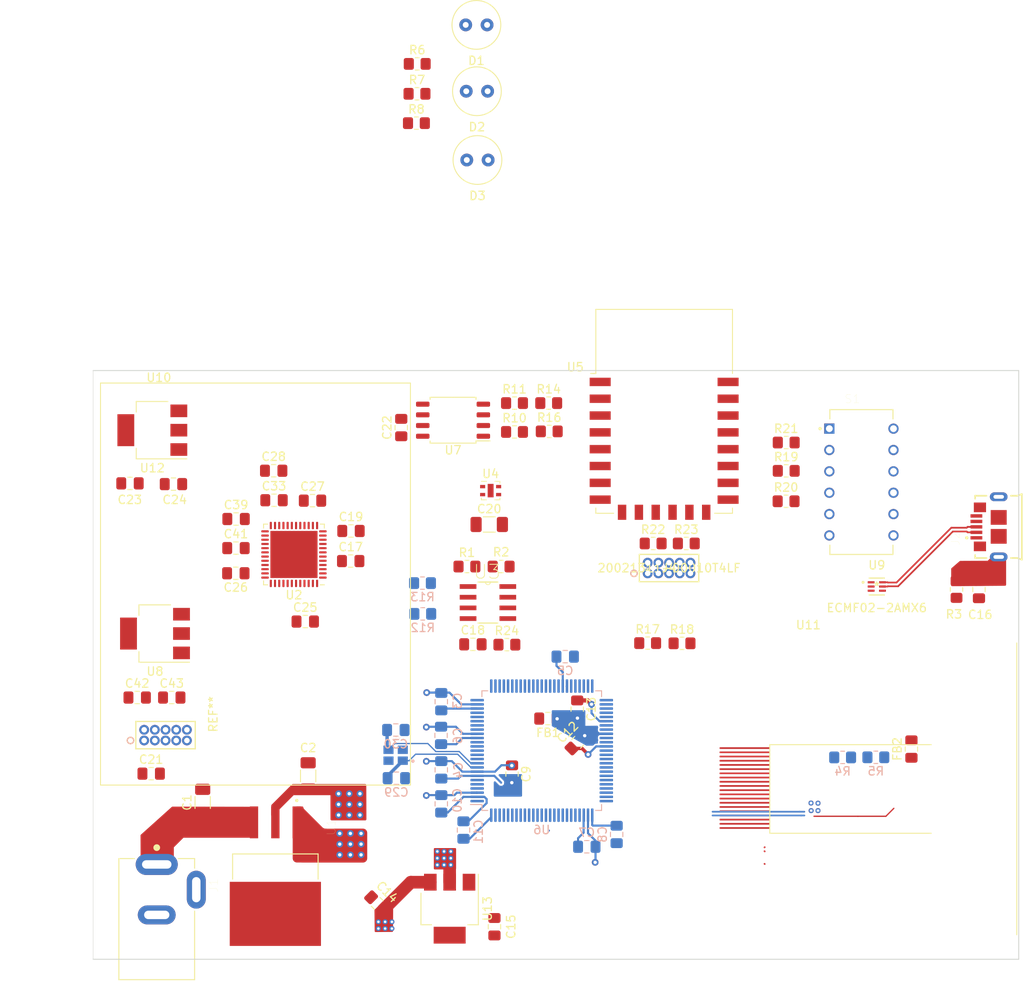
<source format=kicad_pcb>
(kicad_pcb (version 20171130) (host pcbnew "(5.1.9)-1")
  (layers (0 Top signal) (1 Gnd power hide) (2 Power power hide) (31 Bottom signal) (34 B.Paste user) (35 F.Paste user) (36 B.SilkS user) (37 F.SilkS user) (38 B.Mask user) (39 F.Mask user) (44 Edge.Cuts user))
  (net 0 "")
  (net 1 GND)
  (net 2 +3V3)
  (net 3 "Net-(J1-Pad3)")
  (net 4 /SCL)
  (net 5 /SDA)
  (net 6 "Net-(U6-Pad99)")
  (net 7 "Net-(U6-Pad98)")
  (net 8 "Net-(U6-Pad97)")
  (net 9 "Net-(U6-Pad96)")
  (net 10 "Net-(U6-Pad95)")
  (net 11 "Net-(U6-Pad94)")
  (net 12 "Net-(U6-Pad93)")
  (net 13 "Net-(U6-Pad92)")
  (net 14 "Net-(U6-Pad91)")
  (net 15 "Net-(U6-Pad90)")
  (net 16 "Net-(U6-Pad89)")
  (net 17 "Net-(U6-Pad88)")
  (net 18 "Net-(U6-Pad87)")
  (net 19 "Net-(U6-Pad86)")
  (net 20 "Net-(U6-Pad85)")
  (net 21 "Net-(U6-Pad84)")
  (net 22 "Net-(U6-Pad83)")
  (net 23 "Net-(U6-Pad82)")
  (net 24 "Net-(U6-Pad81)")
  (net 25 "Net-(U6-Pad80)")
  (net 26 "Net-(U6-Pad72)")
  (net 27 "Net-(U6-Pad70)")
  (net 28 "Net-(U6-Pad69)")
  (net 29 "Net-(U6-Pad68)")
  (net 30 "Net-(U6-Pad67)")
  (net 31 "Net-(U6-Pad66)")
  (net 32 "Net-(U6-Pad54)")
  (net 33 "Net-(U6-Pad53)")
  (net 34 "Net-(U6-Pad52)")
  (net 35 "Net-(U6-Pad51)")
  (net 36 "Net-(U6-Pad50)")
  (net 37 "Net-(U6-Pad49)")
  (net 38 "Net-(U6-Pad48)")
  (net 39 "Net-(U6-Pad47)")
  (net 40 "Net-(U6-Pad46)")
  (net 41 "Net-(U6-Pad42)")
  (net 42 "Net-(U6-Pad41)")
  (net 43 "Net-(U6-Pad40)")
  (net 44 "Net-(U6-Pad39)")
  (net 45 "Net-(U6-Pad38)")
  (net 46 "Net-(U6-Pad37)")
  (net 47 "Net-(U6-Pad36)")
  (net 48 "Net-(U6-Pad35)")
  (net 49 "Net-(U6-Pad34)")
  (net 50 "Net-(U6-Pad33)")
  (net 51 "Net-(U6-Pad32)")
  (net 52 "Net-(U6-Pad31)")
  (net 53 "Net-(U6-Pad30)")
  (net 54 "Net-(U6-Pad29)")
  (net 55 "Net-(U6-Pad22)")
  (net 56 "Net-(U6-Pad21)")
  (net 57 "Net-(U6-Pad20)")
  (net 58 "Net-(U6-Pad19)")
  (net 59 "Net-(U6-Pad15)")
  (net 60 "Net-(U6-Pad14)")
  (net 61 "Net-(U6-Pad13)")
  (net 62 "Net-(U6-Pad12)")
  (net 63 "Net-(U6-Pad11)")
  (net 64 "Net-(U6-Pad6)")
  (net 65 "Net-(U6-Pad5)")
  (net 66 "Net-(U6-Pad4)")
  (net 67 /STM32F469VET/VCAP_1)
  (net 68 /STM32F469VET/VCAP_2)
  (net 69 /STM32F469VET/VCAPDSI)
  (net 70 "Net-(C16-Pad1)")
  (net 71 "Net-(J2-Pad4)")
  (net 72 /STM32F469VET/DSI_D1N)
  (net 73 /STM32F469VET/DSI_D1P)
  (net 74 /STM32F469VET/USB_OTG_FS_DP)
  (net 75 /STM32F469VET/USB_OTG_FS_VBUS)
  (net 76 +1V2)
  (net 77 "Net-(D1-Pad2)")
  (net 78 "Net-(D2-Pad2)")
  (net 79 "Net-(D3-Pad2)")
  (net 80 /STM32F469VET/USB_OTG_FS_DN)
  (net 81 /ICE40UP/LED_RED)
  (net 82 /ICE40UP/LED_GREEN)
  (net 83 /ICE40UP/LED_BLUE)
  (net 84 /ICE40UP/SF_SPI_DI)
  (net 85 /ICE40UP/SF_SPI_SS)
  (net 86 /ICE40UP/SF_SPI_SCK)
  (net 87 /ICE40UP/SF_SPI_DO)
  (net 88 /ICE40UP/CDONE)
  (net 89 /ICE40UP/SST_HOLD)
  (net 90 /ICE40UP/SST_WP)
  (net 91 "Net-(U9-Pad4)")
  (net 92 /STM32F469VET/USB_DP)
  (net 93 /STM32F469VET/USB_DN)
  (net 94 "Net-(S1-Pad10)")
  (net 95 "Net-(S1-Pad9)")
  (net 96 "Net-(S1-Pad8)")
  (net 97 /WIFI/EN)
  (net 98 "Net-(S1-Pad5)")
  (net 99 "Net-(S1-Pad4)")
  (net 100 "Net-(S1-Pad3)")
  (net 101 /WIFI/PROG_N)
  (net 102 /WIFI/RST_N)
  (net 103 /WIFI/UART_TXD)
  (net 104 /WIFI/UART_RXD)
  (net 105 "Net-(U5-Pad20)")
  (net 106 "Net-(U5-Pad19)")
  (net 107 "Net-(R23-Pad2)")
  (net 108 /WIFI/HSPI_CS)
  (net 109 "Net-(U5-Pad12)")
  (net 110 "Net-(U5-Pad11)")
  (net 111 /WIFI/HSPI_MOSI)
  (net 112 /WIFI/HSPI_MISO)
  (net 113 /WIFI/HSPI_SCK)
  (net 114 "Net-(U5-Pad4)")
  (net 115 "Net-(U5-Pad2)")
  (net 116 /STM32F469VET/SPI_MOSI)
  (net 117 /STM32F469VET/SPI_MISO)
  (net 118 /temp_alert)
  (net 119 "Net-(U2-Pad43)")
  (net 120 "Net-(U2-Pad34)")
  (net 121 "Net-(U2-Pad32)")
  (net 122 "Net-(U2-Pad31)")
  (net 123 "Net-(U2-Pad28)")
  (net 124 /ICE40UP/spi_miso)
  (net 125 /ICE40UP/spi_sck)
  (net 126 /ICE40UP/spi_cs)
  (net 127 /ICE40UP/spi_mosi)
  (net 128 "Net-(U2-Pad21)")
  (net 129 "Net-(U2-Pad20)")
  (net 130 "Net-(U2-Pad19)")
  (net 131 "Net-(U2-Pad18)")
  (net 132 "Net-(U2-Pad13)")
  (net 133 "Net-(U2-Pad12)")
  (net 134 "Net-(U2-Pad11)")
  (net 135 "Net-(U2-Pad10)")
  (net 136 "Net-(U2-Pad9)")
  (net 137 "Net-(U2-Pad48)")
  (net 138 "Net-(U2-Pad45)")
  (net 139 "Net-(U2-Pad44)")
  (net 140 "Net-(U2-Pad4)")
  (net 141 "Net-(U2-Pad3)")
  (net 142 "Net-(U2-Pad2)")
  (net 143 /ice_tck)
  (net 144 /ice_tdo)
  (net 145 /ice_crst_b)
  (net 146 /swclk)
  (net 147 "Net-(U11-Pad1)")
  (net 148 "Net-(U11-Pad3)")
  (net 149 "Net-(U11-Pad5)")
  (net 150 "Net-(U11-Pad11)")
  (net 151 "Net-(U11-Pad12)")
  (net 152 /DSI_D0P)
  (net 153 /DSI_D0N)
  (net 154 /ice_tdi)
  (net 155 +5V)
  (net 156 "Net-(U10-Pad6)")
  (net 157 "Net-(U10-Pad5)")
  (net 158 "Net-(U10-Pad10)")
  (net 159 +2V5)
  (net 160 "Net-(R13-Pad1)")
  (net 161 "Net-(R12-Pad1)")
  (net 162 +12V)
  (net 163 GND1)
  (net 164 "Net-(R4-Pad1)")
  (net 165 /lcd_reset)
  (net 166 "Net-(U2-Pad35)")
  (net 167 "Net-(TP1-Pad1)")
  (net 168 GND2)
  (net 169 /RCC_OSC_IN)
  (net 170 /DSI_CLN)
  (net 171 /DSI_CLP)
  (net 172 /RCC_OSC_OUT)
  (module Air_Pollution_Sensor:AFR240320A0-1.77INTM-I (layer Top) (at 153.4668 92.9132)
    (fp_text reference U11 (at -24.77008 -2.12852 -180) (layer F.SilkS))
    (fp_text value AFR240320A0-1.77INTM)
    (pad 1 smd roundrect (at -32.32082 12.50762) (size 6 0.2) (layers Top F.Paste F.Mask) (net 147 "Net-(U11-Pad1)"))
    (pad 2 smd roundrect (at -32.32082 13.00762) (size 6 0.2) (layers Top F.Paste F.Mask) (net 164 "Net-(R4-Pad1)"))
    (pad 3 smd roundrect (at -32.32082 13.50762) (size 6 0.2) (layers Top F.Paste F.Mask) (net 148 "Net-(U11-Pad3)"))
    (pad 4 smd roundrect (at -32.32082 14.00762) (size 6 0.2) (layers Top F.Paste F.Mask) (net 162 +12V))
    (pad 5 smd roundrect (at -32.32082 14.50762) (size 6 0.2) (layers Top F.Paste F.Mask) (net 149 "Net-(U11-Pad5)"))
    (pad 6 smd roundrect (at -32.32082 15.00762) (size 6 0.2) (layers Top F.Paste F.Mask) (net 2 +3V3))
    (pad 7 smd roundrect (at -32.32082 15.50762) (size 6 0.2) (layers Top F.Paste F.Mask) (net 2 +3V3))
    (pad 8 smd roundrect (at -32.32082 16.00762) (size 6 0.2) (layers Top F.Paste F.Mask) (net 167 "Net-(TP1-Pad1)"))
    (pad 9 smd roundrect (at -32.32082 16.50762) (size 6 0.2) (layers Top F.Paste F.Mask) (net 165 /lcd_reset))
    (pad 10 smd roundrect (at -32.32082 17.00762) (size 6 0.2) (layers Top F.Paste F.Mask) (net 168 GND2))
    (pad 11 smd roundrect (at -32.32082 17.50762) (size 6 0.2) (layers Top F.Paste F.Mask) (net 150 "Net-(U11-Pad11)"))
    (pad 12 smd roundrect (at -32.32082 18.00762) (size 6 0.2) (layers Top F.Paste F.Mask) (net 151 "Net-(U11-Pad12)"))
    (pad 13 smd roundrect (at -32.32082 18.50762) (size 6 0.2) (layers Top F.Paste F.Mask) (net 168 GND2))
    (pad 14 smd roundrect (at -32.32082 19.00762) (size 6 0.2) (layers Top F.Paste F.Mask) (net 171 /DSI_CLP))
    (pad 15 smd roundrect (at -32.32082 19.50762) (size 6 0.2) (layers Top F.Paste F.Mask) (net 170 /DSI_CLN))
    (pad 16 smd roundrect (at -32.32082 20.00762) (size 6 0.2) (layers Top F.Paste F.Mask) (net 168 GND2))
    (pad 17 smd roundrect (at -32.32082 20.50762) (size 6 0.2) (layers Top F.Paste F.Mask) (net 152 /DSI_D0P))
    (pad 18 smd roundrect (at -32.32082 21.00762) (size 6 0.2) (layers Top F.Paste F.Mask) (net 153 /DSI_D0N))
    (pad 19 smd roundrect (at -32.32082 21.50762) (size 6 0.2) (layers Top F.Paste F.Mask) (net 168 GND2))
    (pad 20 smd roundrect (at -32.32082 22.00762) (size 6 0.2) (layers Top F.Paste F.Mask) (net 168 GND2))
  )
  (module Capacitor_SMD:C_0805_2012Metric_Pad1.18x1.45mm_HandSolder (layer Top) (at 60.6845 78.1812)
    (fp_text reference C39 (at 0 -1.68) (layer F.SilkS))
    (fp_text value 100nF)
    (pad 2 smd roundrect (at 1.0375 0) (size 1.175 1.45) (layers Top F.Paste F.Mask) (roundrect_rratio 0.212766) (net 1 GND))
    (pad 1 smd roundrect (at -1.0375 0) (size 1.175 1.45) (layers Top F.Paste F.Mask) (roundrect_rratio 0.212766) (net 76 +1V2))
  )
  (module Air_Pollution_Sensor:PM2008 (layer Top) (at 81.407 109.82198 270)
    (fp_text reference U10 (at -48.45558 29.8958 180) (layer F.SilkS))
    (fp_text value PM2008)
    (fp_text user REF** (at -8.4328 23.4442 90) (layer F.SilkS))
    (pad 4 thru_hole circle (at -6.5786 30.3746 180) (size 1.1684 1.1684) (drill 0.6604) (layers *.Cu *.Mask) (net 1 GND))
    (pad 1 thru_hole circle (at -5.3086 31.6446 180) (size 1.1684 1.1684) (drill 0.6604) (layers *.Cu *.Mask) (net 155 +5V))
    (pad 2 thru_hole circle (at -6.5786 31.6446 180) (size 1.1684 1.1684) (drill 0.6604) (layers *.Cu *.Mask) (net 155 +5V))
    (pad 6 thru_hole circle (at -6.5786 29.1046 180) (size 1.1684 1.1684) (drill 0.6604) (layers *.Cu *.Mask) (net 156 "Net-(U10-Pad6)"))
    (pad 7 thru_hole circle (at -5.3086 27.8346 180) (size 1.1684 1.1684) (drill 0.6604) (layers *.Cu *.Mask) (net 5 /SDA))
    (pad 5 thru_hole circle (at -5.3086 29.1046 180) (size 1.1684 1.1684) (drill 0.6604) (layers *.Cu *.Mask) (net 157 "Net-(U10-Pad5)"))
    (pad 8 thru_hole circle (at -6.5786 27.8346 270) (size 1.1684 1.1684) (drill 0.6604) (layers *.Cu *.Mask) (net 1 GND))
    (pad 9 thru_hole circle (at -5.3086 26.5646 180) (size 1.1684 1.1684) (drill 0.6604) (layers *.Cu *.Mask) (net 4 /SCL))
    (pad 3 thru_hole circle (at -5.3086 30.3746 180) (size 1.1684 1.1684) (drill 0.6604) (layers *.Cu *.Mask) (net 1 GND))
    (pad 10 thru_hole circle (at -6.5786 26.5646 180) (size 1.1684 1.1684) (drill 0.6604) (layers *.Cu *.Mask) (net 158 "Net-(U10-Pad10)"))
  )
  (module Air_Pollution_Sensor:XTAL_ECS-250-8-36-RWN-TR (layer Bottom) (at 79.64932 106.26598 180)
    (fp_text reference Y1 (at -0.226373 1.958058) (layer B.SilkS) (effects (font (size 0.480799 0.480799) (thickness 0.015)) (justify mirror)))
    (fp_text value ECS-250-8-36-RWN-TR)
    (pad 4 smd rect (at -0.85 0.65 180) (size 1.2 1) (layers Bottom B.Paste B.Mask) (net 1 GND))
    (pad 3 smd rect (at 0.85 0.65 180) (size 1.2 1) (layers Bottom B.Paste B.Mask) (net 172 /RCC_OSC_OUT))
    (pad 2 smd rect (at 0.85 -0.65 180) (size 1.2 1) (layers Bottom B.Paste B.Mask) (net 1 GND))
    (pad 1 smd rect (at -0.85 -0.65 180) (size 1.2 1) (layers Bottom B.Paste B.Mask) (net 169 /RCC_OSC_IN))
  )
  (module Resistor_SMD:R_0805_2012Metric_Pad1.20x1.40mm_HandSolder (layer Top) (at 97.90176 67.76466)
    (fp_text reference R16 (at 0 -1.65) (layer F.SilkS))
    (fp_text value 10K)
    (pad 2 smd roundrect (at 1 0) (size 1.2 1.4) (layers Top F.Paste F.Mask) (roundrect_rratio 0.208333) (net 89 /ICE40UP/SST_HOLD))
    (pad 1 smd roundrect (at -1 0) (size 1.2 1.4) (layers Top F.Paste F.Mask) (roundrect_rratio 0.208333) (net 2 +3V3))
  )
  (module Resistor_SMD:R_0805_2012Metric_Pad1.20x1.40mm_HandSolder (layer Top) (at 97.83826 64.39916)
    (fp_text reference R14 (at 0 -1.65) (layer F.SilkS))
    (fp_text value 10K)
    (pad 2 smd roundrect (at 1 0) (size 1.2 1.4) (layers Top F.Paste F.Mask) (roundrect_rratio 0.208333) (net 90 /ICE40UP/SST_WP))
    (pad 1 smd roundrect (at -1 0) (size 1.2 1.4) (layers Top F.Paste F.Mask) (roundrect_rratio 0.208333) (net 2 +3V3))
  )
  (module Resistor_SMD:R_0805_2012Metric_Pad1.20x1.40mm_HandSolder (layer Bottom) (at 82.8388 85.80374)
    (fp_text reference R13 (at 0 1.65) (layer B.SilkS) (effects (justify mirror)))
    (fp_text value 22)
    (pad 2 smd roundrect (at 1 0) (size 1.2 1.4) (layers Bottom B.Paste B.Mask) (roundrect_rratio 0.208333) (net 84 /ICE40UP/SF_SPI_DI))
    (pad 1 smd roundrect (at -1 0) (size 1.2 1.4) (layers Bottom B.Paste B.Mask) (roundrect_rratio 0.208333) (net 160 "Net-(R13-Pad1)"))
  )
  (module Resistor_SMD:R_0805_2012Metric_Pad1.20x1.40mm_HandSolder (layer Bottom) (at 82.8708 89.46134)
    (fp_text reference R12 (at 0 1.65) (layer B.SilkS) (effects (justify mirror)))
    (fp_text value 22)
    (pad 2 smd roundrect (at 1 0) (size 1.2 1.4) (layers Bottom B.Paste B.Mask) (roundrect_rratio 0.208333) (net 87 /ICE40UP/SF_SPI_DO))
    (pad 1 smd roundrect (at -1 0) (size 1.2 1.4) (layers Bottom B.Paste B.Mask) (roundrect_rratio 0.208333) (net 161 "Net-(R12-Pad1)"))
  )
  (module Resistor_SMD:R_0805_2012Metric_Pad1.20x1.40mm_HandSolder (layer Top) (at 93.77426 64.39916)
    (fp_text reference R11 (at 0 -1.65) (layer F.SilkS))
    (fp_text value 1K)
    (pad 2 smd roundrect (at 1 0) (size 1.2 1.4) (layers Top F.Paste F.Mask) (roundrect_rratio 0.208333) (net 1 GND))
    (pad 1 smd roundrect (at -1 0) (size 1.2 1.4) (layers Top F.Paste F.Mask) (roundrect_rratio 0.208333) (net 85 /ICE40UP/SF_SPI_SS))
  )
  (module Resistor_SMD:R_0805_2012Metric_Pad1.20x1.40mm_HandSolder (layer Top) (at 93.77426 67.82816)
    (fp_text reference R10 (at 0 -1.65) (layer F.SilkS))
    (fp_text value 10K)
    (pad 2 smd roundrect (at 1 0) (size 1.2 1.4) (layers Top F.Paste F.Mask) (roundrect_rratio 0.208333) (net 85 /ICE40UP/SF_SPI_SS))
    (pad 1 smd roundrect (at -1 0) (size 1.2 1.4) (layers Top F.Paste F.Mask) (roundrect_rratio 0.208333) (net 2 +3V3))
  )
  (module Resistor_SMD:R_0805_2012Metric_Pad1.20x1.40mm_HandSolder (layer Top) (at 82.11744 31.115)
    (fp_text reference R8 (at 0 -1.65) (layer F.SilkS))
    (fp_text value 5)
    (pad 2 smd roundrect (at 1 0) (size 1.2 1.4) (layers Top F.Paste F.Mask) (roundrect_rratio 0.208333) (net 83 /ICE40UP/LED_BLUE))
    (pad 1 smd roundrect (at -1 0) (size 1.2 1.4) (layers Top F.Paste F.Mask) (roundrect_rratio 0.208333) (net 79 "Net-(D3-Pad2)"))
  )
  (module Resistor_SMD:R_0805_2012Metric_Pad1.20x1.40mm_HandSolder (layer Top) (at 82.18604 27.6225)
    (fp_text reference R7 (at 0 -1.65) (layer F.SilkS))
    (fp_text value 5)
    (pad 2 smd roundrect (at 1 0) (size 1.2 1.4) (layers Top F.Paste F.Mask) (roundrect_rratio 0.208333) (net 82 /ICE40UP/LED_GREEN))
    (pad 1 smd roundrect (at -1 0) (size 1.2 1.4) (layers Top F.Paste F.Mask) (roundrect_rratio 0.208333) (net 78 "Net-(D2-Pad2)"))
  )
  (module Resistor_SMD:R_0805_2012Metric_Pad1.20x1.40mm_HandSolder (layer Top) (at 82.21294 24.0665)
    (fp_text reference R6 (at 0 -1.65) (layer F.SilkS))
    (fp_text value 60)
    (pad 2 smd roundrect (at 1 0) (size 1.2 1.4) (layers Top F.Paste F.Mask) (roundrect_rratio 0.208333) (net 81 /ICE40UP/LED_RED))
    (pad 1 smd roundrect (at -1 0) (size 1.2 1.4) (layers Top F.Paste F.Mask) (roundrect_rratio 0.208333) (net 77 "Net-(D1-Pad2)"))
  )
  (module Capacitor_SMD:C_0805_2012Metric_Pad1.18x1.45mm_HandSolder (layer Bottom) (at 79.67082 103.26878)
    (fp_text reference C30 (at 0 1.68) (layer B.SilkS) (effects (justify mirror)))
    (fp_text value 8pF)
    (pad 2 smd roundrect (at 1.0375 0) (size 1.175 1.45) (layers Bottom B.Paste B.Mask) (roundrect_rratio 0.212766) (net 1 GND))
    (pad 1 smd roundrect (at -1.0375 0) (size 1.175 1.45) (layers Bottom B.Paste B.Mask) (roundrect_rratio 0.212766) (net 172 /RCC_OSC_OUT))
  )
  (module Capacitor_SMD:C_0805_2012Metric_Pad1.18x1.45mm_HandSolder (layer Bottom) (at 79.73432 108.99648)
    (fp_text reference C29 (at 0 1.68) (layer B.SilkS) (effects (justify mirror)))
    (fp_text value 8pF)
    (pad 2 smd roundrect (at 1.0375 0) (size 1.175 1.45) (layers Bottom B.Paste B.Mask) (roundrect_rratio 0.212766) (net 1 GND))
    (pad 1 smd roundrect (at -1.0375 0) (size 1.175 1.45) (layers Bottom B.Paste B.Mask) (roundrect_rratio 0.212766) (net 169 /RCC_OSC_IN))
  )
  (module Capacitor_SMD:C_0805_2012Metric_Pad1.18x1.45mm_HandSolder (layer Top) (at 140.9446 105.5331 90)
    (fp_text reference FB2 (at 0 -1.68 90) (layer F.SilkS))
    (fp_text value Ferrite_Bead)
    (pad 2 smd roundrect (at 1.0375 0 90) (size 1.175 1.45) (layers Top F.Paste F.Mask) (roundrect_rratio 0.212766) (net 1 GND))
    (pad 1 smd roundrect (at -1.0375 0 90) (size 1.175 1.45) (layers Top F.Paste F.Mask) (roundrect_rratio 0.212766) (net 168 GND2))
  )
  (module Package_TO_SOT_SMD:SOT-223-3_TabPin2 (layer Top) (at 86.0679 124.51334 270)
    (fp_text reference U13 (at 0 -4.5 90) (layer F.SilkS))
    (fp_text value LD1117S50TR_SOT223)
    (pad 1 smd rect (at -3.15 -2.3 270) (size 2 1.5) (layers Top F.Paste F.Mask) (net 1 GND))
    (pad 3 smd rect (at -3.15 2.3 270) (size 2 1.5) (layers Top F.Paste F.Mask) (net 162 +12V))
    (pad 2 smd rect (at -3.15 0 270) (size 2 1.5) (layers Top F.Paste F.Mask) (net 155 +5V))
    (pad 2 smd rect (at 3.15 0 270) (size 2 3.8) (layers Top F.Paste F.Mask) (net 155 +5V))
  )
  (module Resistor_SMD:R_0805_2012Metric_Pad1.20x1.40mm_HandSolder (layer Bottom) (at 136.7155 106.5149)
    (fp_text reference R5 (at 0 1.65) (layer B.SilkS) (effects (justify mirror)))
    (fp_text value 10k)
    (pad 2 smd roundrect (at 1 0) (size 1.2 1.4) (layers Bottom B.Paste B.Mask) (roundrect_rratio 0.208333) (net 2 +3V3))
    (pad 1 smd roundrect (at -1 0) (size 1.2 1.4) (layers Bottom B.Paste B.Mask) (roundrect_rratio 0.208333) (net 165 /lcd_reset))
  )
  (module Resistor_SMD:R_0805_2012Metric_Pad1.20x1.40mm_HandSolder (layer Bottom) (at 132.7691 106.5276)
    (fp_text reference R4 (at 0 1.65) (layer B.SilkS) (effects (justify mirror)))
    (fp_text value 140)
    (pad 2 smd roundrect (at 1 0) (size 1.2 1.4) (layers Bottom B.Paste B.Mask) (roundrect_rratio 0.208333) (net 1 GND))
    (pad 1 smd roundrect (at -1 0) (size 1.2 1.4) (layers Bottom B.Paste B.Mask) (roundrect_rratio 0.208333) (net 164 "Net-(R4-Pad1)"))
  )
  (module Capacitor_SMD:C_0805_2012Metric_Pad1.18x1.45mm_HandSolder (layer Top) (at 97.74682 101.90988 180)
    (fp_text reference FB1 (at 0 -1.68 180) (layer F.SilkS))
    (fp_text value Ferrite_Bead)
    (pad 2 smd roundrect (at 1.0375 0 180) (size 1.175 1.45) (layers Top F.Paste F.Mask) (roundrect_rratio 0.212766) (net 1 GND))
    (pad 1 smd roundrect (at -1.0375 0 180) (size 1.175 1.45) (layers Top F.Paste F.Mask) (roundrect_rratio 0.212766) (net 163 GND1))
  )
  (module Capacitor_SMD:C_0805_2012Metric_Pad1.18x1.45mm_HandSolder (layer Top) (at 65.1549 72.4408)
    (fp_text reference C28 (at 0 -1.68) (layer F.SilkS))
    (fp_text value 10uF)
    (pad 2 smd roundrect (at 1.0375 0) (size 1.175 1.45) (layers Top F.Paste F.Mask) (roundrect_rratio 0.212766) (net 1 GND))
    (pad 1 smd roundrect (at -1.0375 0) (size 1.175 1.45) (layers Top F.Paste F.Mask) (roundrect_rratio 0.212766) (net 159 +2V5))
  )
  (module Capacitor_SMD:C_0805_2012Metric_Pad1.18x1.45mm_HandSolder (layer Top) (at 91.39174 126.65964 90)
    (fp_text reference C15 (at 0 1.97104 270) (layer F.SilkS))
    (fp_text value 10uF)
    (pad 2 smd roundrect (at 1.0375 0 90) (size 1.175 1.45) (layers Top F.Paste F.Mask) (roundrect_rratio 0.212766) (net 1 GND))
    (pad 1 smd roundrect (at -1.0375 0 90) (size 1.175 1.45) (layers Top F.Paste F.Mask) (roundrect_rratio 0.212766) (net 155 +5V))
  )
  (module Capacitor_SMD:C_0805_2012Metric_Pad1.18x1.45mm_HandSolder (layer Top) (at 77.46492 123.8885 135)
    (fp_text reference C14 (at 0.14732 1.79324 315) (layer F.SilkS))
    (fp_text value 10uF)
    (pad 2 smd roundrect (at 1.0375 0 135) (size 1.175 1.45) (layers Top F.Paste F.Mask) (roundrect_rratio 0.212766) (net 1 GND))
    (pad 1 smd roundrect (at -1.0375 0 135) (size 1.175 1.45) (layers Top F.Paste F.Mask) (roundrect_rratio 0.212766) (net 162 +12V))
  )
  (module Package_TO_SOT_SMD:SOT-223-3_TabPin2 (layer Top) (at 50.73396 67.61988 180)
    (fp_text reference U12 (at 0 -4.5) (layer F.SilkS))
    (fp_text value LD1117S25TR_SOT223)
    (pad 1 smd rect (at -3.15 -2.3 180) (size 2 1.5) (layers Top F.Paste F.Mask) (net 1 GND))
    (pad 3 smd rect (at -3.15 2.3 180) (size 2 1.5) (layers Top F.Paste F.Mask) (net 2 +3V3))
    (pad 2 smd rect (at -3.15 0 180) (size 2 1.5) (layers Top F.Paste F.Mask) (net 159 +2V5))
    (pad 2 smd rect (at 3.15 0 180) (size 2 3.8) (layers Top F.Paste F.Mask) (net 159 +2V5))
  )
  (module Capacitor_SMD:C_0805_2012Metric_Pad1.18x1.45mm_HandSolder (layer Top) (at 69.7699 75.9968)
    (fp_text reference C27 (at 0 -1.68) (layer F.SilkS))
    (fp_text value 100nF)
    (pad 2 smd roundrect (at 1.0375 0) (size 1.175 1.45) (layers Top F.Paste F.Mask) (roundrect_rratio 0.212766) (net 1 GND))
    (pad 1 smd roundrect (at -1.0375 0) (size 1.175 1.45) (layers Top F.Paste F.Mask) (roundrect_rratio 0.212766) (net 2 +3V3))
  )
  (module Capacitor_SMD:C_0805_2012Metric_Pad1.18x1.45mm_HandSolder (layer Top) (at 60.6552 84.6328 180)
    (fp_text reference C26 (at 0 -1.68) (layer F.SilkS))
    (fp_text value 100nF)
    (pad 2 smd roundrect (at 1.0375 0 180) (size 1.175 1.45) (layers Top F.Paste F.Mask) (roundrect_rratio 0.212766) (net 1 GND))
    (pad 1 smd roundrect (at -1.0375 0 180) (size 1.175 1.45) (layers Top F.Paste F.Mask) (roundrect_rratio 0.212766) (net 2 +3V3))
  )
  (module Capacitor_SMD:C_0805_2012Metric_Pad1.18x1.45mm_HandSolder (layer Top) (at 68.9063 90.3732)
    (fp_text reference C25 (at 0 -1.68) (layer F.SilkS))
    (fp_text value 1uF)
    (pad 2 smd roundrect (at 1.0375 0) (size 1.175 1.45) (layers Top F.Paste F.Mask) (roundrect_rratio 0.212766) (net 1 GND))
    (pad 1 smd roundrect (at -1.0375 0) (size 1.175 1.45) (layers Top F.Paste F.Mask) (roundrect_rratio 0.212766) (net 145 /ice_crst_b))
  )
  (module Capacitor_SMD:C_0805_2012Metric_Pad1.18x1.45mm_HandSolder (layer Top) (at 53.24466 74.03338)
    (fp_text reference C24 (at 0.14614 1.86182) (layer F.SilkS))
    (fp_text value 10uF)
    (pad 2 smd roundrect (at 1.0375 0) (size 1.175 1.45) (layers Top F.Paste F.Mask) (roundrect_rratio 0.212766) (net 1 GND))
    (pad 1 smd roundrect (at -1.0375 0) (size 1.175 1.45) (layers Top F.Paste F.Mask) (roundrect_rratio 0.212766) (net 159 +2V5))
  )
  (module Capacitor_SMD:C_0805_2012Metric_Pad1.18x1.45mm_HandSolder (layer Top) (at 48.0783 73.94448)
    (fp_text reference C23 (at -0.0215 1.95072) (layer F.SilkS))
    (fp_text value 10uF)
    (pad 2 smd roundrect (at 1.0375 0) (size 1.175 1.45) (layers Top F.Paste F.Mask) (roundrect_rratio 0.212766) (net 1 GND))
    (pad 1 smd roundrect (at -1.0375 0) (size 1.175 1.45) (layers Top F.Paste F.Mask) (roundrect_rratio 0.212766) (net 2 +3V3))
  )
  (module Capacitor_SMD:C_0805_2012Metric_Pad1.18x1.45mm_HandSolder (layer Top) (at 50.5968 108.458)
    (fp_text reference C21 (at 0 -1.68) (layer F.SilkS))
    (fp_text value 0.1uF)
    (pad 2 smd roundrect (at 1.0375 0) (size 1.175 1.45) (layers Top F.Paste F.Mask) (roundrect_rratio 0.212766) (net 1 GND))
    (pad 1 smd roundrect (at -1.0375 0) (size 1.175 1.45) (layers Top F.Paste F.Mask) (roundrect_rratio 0.212766) (net 155 +5V))
  )
  (module Air_Pollution_Sensor:20021311-00010T4LF (layer Top) (at 109.601 84.6455 180)
    (fp_text reference J4 (at -2.54 0.635) (layer F.SilkS))
    (fp_text value 20021311-00010T4LF (at -2.54 0.635) (layer F.SilkS))
    (fp_text user * (at 0 0) (layer F.SilkS))
    (pad 10 thru_hole circle (at -5.08 1.27 180) (size 1.1684 1.1684) (drill 0.6604) (layers *.Cu *.Mask) (net 1 GND))
    (pad 9 thru_hole circle (at -5.08 0 180) (size 1.1684 1.1684) (drill 0.6604) (layers *.Cu *.Mask) (net 143 /ice_tck))
    (pad 8 thru_hole circle (at -3.81 1.27 180) (size 1.1684 1.1684) (drill 0.6604) (layers *.Cu *.Mask) (net 144 /ice_tdo))
    (pad 7 thru_hole circle (at -3.81 0 180) (size 1.1684 1.1684) (drill 0.6604) (layers *.Cu *.Mask) (net 154 /ice_tdi))
    (pad 6 thru_hole circle (at -2.54 1.27 180) (size 1.1684 1.1684) (drill 0.6604) (layers *.Cu *.Mask) (net 143 /ice_tck))
    (pad 5 thru_hole circle (at -2.54 0 180) (size 1.1684 1.1684) (drill 0.6604) (layers *.Cu *.Mask) (net 145 /ice_crst_b))
    (pad 4 thru_hole circle (at -1.27 1.27 180) (size 1.1684 1.1684) (drill 0.6604) (layers *.Cu *.Mask) (net 1 GND))
    (pad 3 thru_hole circle (at -1.27 0 180) (size 1.1684 1.1684) (drill 0.6604) (layers *.Cu *.Mask) (net 146 /swclk))
    (pad 2 thru_hole circle (at 0 1.27 180) (size 1.1684 1.1684) (drill 0.6604) (layers *.Cu *.Mask) (net 146 /swclk))
    (pad 1 thru_hole circle (at 0 0 180) (size 1.1684 1.1684) (drill 0.6604) (layers *.Cu *.Mask) (net 2 +3V3))
  )
  (module Resistor_SMD:R_0805_2012Metric_Pad1.20x1.40mm_HandSolder (layer Top) (at 114.189 81.0895)
    (fp_text reference R23 (at 0 -1.65) (layer F.SilkS))
    (fp_text value 10K)
    (pad 2 smd roundrect (at 1 0) (size 1.2 1.4) (layers Top F.Paste F.Mask) (roundrect_rratio 0.208333) (net 107 "Net-(R23-Pad2)"))
    (pad 1 smd roundrect (at -1 0) (size 1.2 1.4) (layers Top F.Paste F.Mask) (roundrect_rratio 0.208333) (net 2 +3V3))
  )
  (module Resistor_SMD:R_0805_2012Metric_Pad1.20x1.40mm_HandSolder (layer Top) (at 110.252 81.0895)
    (fp_text reference R22 (at 0 -1.65) (layer F.SilkS))
    (fp_text value 10K)
    (pad 2 smd roundrect (at 1 0) (size 1.2 1.4) (layers Top F.Paste F.Mask) (roundrect_rratio 0.208333) (net 1 GND))
    (pad 1 smd roundrect (at -1 0) (size 1.2 1.4) (layers Top F.Paste F.Mask) (roundrect_rratio 0.208333) (net 108 /WIFI/HSPI_CS))
  )
  (module Resistor_SMD:R_0805_2012Metric_Pad1.20x1.40mm_HandSolder (layer Top) (at 126.0635 69.088)
    (fp_text reference R21 (at 0 -1.65) (layer F.SilkS))
    (fp_text value 10K)
    (pad 2 smd roundrect (at 1 0) (size 1.2 1.4) (layers Top F.Paste F.Mask) (roundrect_rratio 0.208333) (net 102 /WIFI/RST_N))
    (pad 1 smd roundrect (at -1 0) (size 1.2 1.4) (layers Top F.Paste F.Mask) (roundrect_rratio 0.208333) (net 2 +3V3))
  )
  (module Resistor_SMD:R_0805_2012Metric_Pad1.20x1.40mm_HandSolder (layer Top) (at 126.0475 76.073)
    (fp_text reference R20 (at 0 -1.65) (layer F.SilkS))
    (fp_text value 10K)
    (pad 2 smd roundrect (at 1 0) (size 1.2 1.4) (layers Top F.Paste F.Mask) (roundrect_rratio 0.208333) (net 1 GND))
    (pad 1 smd roundrect (at -1 0) (size 1.2 1.4) (layers Top F.Paste F.Mask) (roundrect_rratio 0.208333) (net 97 /WIFI/EN))
  )
  (module Resistor_SMD:R_0805_2012Metric_Pad1.20x1.40mm_HandSolder (layer Top) (at 126.0635 72.4535)
    (fp_text reference R19 (at 0 -1.65) (layer F.SilkS))
    (fp_text value 10K)
    (pad 2 smd roundrect (at 1 0) (size 1.2 1.4) (layers Top F.Paste F.Mask) (roundrect_rratio 0.208333) (net 101 /WIFI/PROG_N))
    (pad 1 smd roundrect (at -1 0) (size 1.2 1.4) (layers Top F.Paste F.Mask) (roundrect_rratio 0.208333) (net 2 +3V3))
  )
  (module Resistor_SMD:R_0805_2012Metric_Pad1.20x1.40mm_HandSolder (layer Top) (at 113.681 92.964)
    (fp_text reference R18 (at 0 -1.65) (layer F.SilkS))
    (fp_text value 0)
    (pad 2 smd roundrect (at 1 0) (size 1.2 1.4) (layers Top F.Paste F.Mask) (roundrect_rratio 0.208333) (net 111 /WIFI/HSPI_MOSI))
    (pad 1 smd roundrect (at -1 0) (size 1.2 1.4) (layers Top F.Paste F.Mask) (roundrect_rratio 0.208333) (net 116 /STM32F469VET/SPI_MOSI))
  )
  (module Resistor_SMD:R_0805_2012Metric_Pad1.20x1.40mm_HandSolder (layer Top) (at 109.5977 92.9386)
    (fp_text reference R17 (at 0 -1.65) (layer F.SilkS))
    (fp_text value 0)
    (pad 2 smd roundrect (at 1 0) (size 1.2 1.4) (layers Top F.Paste F.Mask) (roundrect_rratio 0.208333) (net 112 /WIFI/HSPI_MISO))
    (pad 1 smd roundrect (at -1 0) (size 1.2 1.4) (layers Top F.Paste F.Mask) (roundrect_rratio 0.208333) (net 117 /STM32F469VET/SPI_MISO))
  )
  (module Air_Pollution_Sensor:C503B-GAN-CB0F0791 (layer Top) (at 89.37244 35.4965)
    (fp_text reference D3 (at 0 4.2545) (layer F.SilkS))
    (fp_text value LED_BLUE)
    (pad 2 thru_hole circle (at 1.27 0) (size 1.524 1.524) (drill 0.7) (layers *.Cu *.Mask) (net 79 "Net-(D3-Pad2)"))
    (pad 1 thru_hole circle (at -1.27 0) (size 1.524 1.524) (drill 0.7) (layers *.Cu *.Mask) (net 1 GND))
  )
  (module Air_Pollution_Sensor:C503B-GAN-CB0F0791 (layer Top) (at 89.30894 27.3177)
    (fp_text reference D2 (at 0 4.2545) (layer F.SilkS))
    (fp_text value LED_GREEN)
    (pad 2 thru_hole circle (at 1.27 0) (size 1.524 1.524) (drill 0.7) (layers *.Cu *.Mask) (net 78 "Net-(D2-Pad2)"))
    (pad 1 thru_hole circle (at -1.27 0) (size 1.524 1.524) (drill 0.7) (layers *.Cu *.Mask) (net 1 GND))
  )
  (module Air_Pollution_Sensor:C503B-GAN-CB0F0791 (layer Top) (at 89.24544 19.431)
    (fp_text reference D1 (at 0 4.2545) (layer F.SilkS))
    (fp_text value LED_RED)
    (pad 2 thru_hole circle (at 1.27 0) (size 1.524 1.524) (drill 0.7) (layers *.Cu *.Mask) (net 77 "Net-(D1-Pad2)"))
    (pad 1 thru_hole circle (at -1.27 0) (size 1.524 1.524) (drill 0.7) (layers *.Cu *.Mask) (net 1 GND))
  )
  (module Capacitor_SMD:C_0805_2012Metric_Pad1.18x1.45mm_HandSolder (layer Top) (at 53.04146 99.40798)
    (fp_text reference C43 (at 0 -1.68) (layer F.SilkS))
    (fp_text value 10uF)
    (pad 2 smd roundrect (at 1.0375 0) (size 1.175 1.45) (layers Top F.Paste F.Mask) (roundrect_rratio 0.212766) (net 1 GND))
    (pad 1 smd roundrect (at -1.0375 0) (size 1.175 1.45) (layers Top F.Paste F.Mask) (roundrect_rratio 0.212766) (net 76 +1V2))
  )
  (module Capacitor_SMD:C_0805_2012Metric_Pad1.18x1.45mm_HandSolder (layer Top) (at 48.93446 99.40798)
    (fp_text reference C42 (at 0 -1.68) (layer F.SilkS))
    (fp_text value 10uF)
    (pad 2 smd roundrect (at 1.0375 0) (size 1.175 1.45) (layers Top F.Paste F.Mask) (roundrect_rratio 0.212766) (net 1 GND))
    (pad 1 smd roundrect (at -1.0375 0) (size 1.175 1.45) (layers Top F.Paste F.Mask) (roundrect_rratio 0.212766) (net 2 +3V3))
  )
  (module Capacitor_SMD:C_0805_2012Metric_Pad1.18x1.45mm_HandSolder (layer Top) (at 60.67162 81.64068)
    (fp_text reference C41 (at 0 -1.68) (layer F.SilkS))
    (fp_text value 10uF)
    (pad 2 smd roundrect (at 1.0375 0) (size 1.175 1.45) (layers Top F.Paste F.Mask) (roundrect_rratio 0.212766) (net 1 GND))
    (pad 1 smd roundrect (at -1.0375 0) (size 1.175 1.45) (layers Top F.Paste F.Mask) (roundrect_rratio 0.212766) (net 76 +1V2))
  )
  (module Capacitor_SMD:C_0805_2012Metric_Pad1.18x1.45mm_HandSolder (layer Top) (at 65.19536 75.95108)
    (fp_text reference C33 (at 0 -1.68) (layer F.SilkS))
    (fp_text value 100nF)
    (pad 2 smd roundrect (at 1.0375 0) (size 1.175 1.45) (layers Top F.Paste F.Mask) (roundrect_rratio 0.212766) (net 1 GND))
    (pad 1 smd roundrect (at -1.0375 0) (size 1.175 1.45) (layers Top F.Paste F.Mask) (roundrect_rratio 0.212766) (net 159 +2V5))
  )
  (module Capacitor_SMD:C_0805_2012Metric_Pad1.18x1.45mm_HandSolder (layer Top) (at 80.3148 67.31 90)
    (fp_text reference C22 (at 0 -1.68 90) (layer F.SilkS))
    (fp_text value 100nF)
    (pad 2 smd roundrect (at 1.0375 0 90) (size 1.175 1.45) (layers Top F.Paste F.Mask) (roundrect_rratio 0.212766) (net 1 GND))
    (pad 1 smd roundrect (at -1.0375 0 90) (size 1.175 1.45) (layers Top F.Paste F.Mask) (roundrect_rratio 0.212766) (net 2 +3V3))
  )
  (module Capacitor_SMD:C_0805_2012Metric_Pad1.18x1.45mm_HandSolder (layer Top) (at 74.3419 79.6036)
    (fp_text reference C19 (at 0 -1.68) (layer F.SilkS))
    (fp_text value 100nF)
    (pad 2 smd roundrect (at 1.0375 0) (size 1.175 1.45) (layers Top F.Paste F.Mask) (roundrect_rratio 0.212766) (net 1 GND))
    (pad 1 smd roundrect (at -1.0375 0) (size 1.175 1.45) (layers Top F.Paste F.Mask) (roundrect_rratio 0.212766) (net 2 +3V3))
  )
  (module Capacitor_SMD:C_0805_2012Metric_Pad1.18x1.45mm_HandSolder (layer Top) (at 88.83024 93.08084)
    (fp_text reference C18 (at 0 -1.68) (layer F.SilkS))
    (fp_text value 0.1uF)
    (pad 2 smd roundrect (at 1.0375 0) (size 1.175 1.45) (layers Top F.Paste F.Mask) (roundrect_rratio 0.212766) (net 1 GND))
    (pad 1 smd roundrect (at -1.0375 0) (size 1.175 1.45) (layers Top F.Paste F.Mask) (roundrect_rratio 0.212766) (net 2 +3V3))
  )
  (module Capacitor_SMD:C_0805_2012Metric_Pad1.18x1.45mm_HandSolder (layer Top) (at 74.3077 83.18246)
    (fp_text reference C17 (at 0 -1.68) (layer F.SilkS))
    (fp_text value 10uF)
    (pad 2 smd roundrect (at 1.0375 0) (size 1.175 1.45) (layers Top F.Paste F.Mask) (roundrect_rratio 0.212766) (net 1 GND))
    (pad 1 smd roundrect (at -1.0375 0) (size 1.175 1.45) (layers Top F.Paste F.Mask) (roundrect_rratio 0.212766) (net 2 +3V3))
  )
  (module Air_Pollution_Sensor:DIP762W56P254L1772H585Q12 (layer Top) (at 135.001 73.787)
    (fp_text reference S1 (at -1.075 -9.885) (layer F.SilkS) (effects (font (thickness 0.015))))
    (fp_text value 1825057-5)
    (pad 12 thru_hole circle (at 3.81 -6.35) (size 1.22 1.22) (drill 0.81) (layers *.Cu *.Mask) (net 1 GND))
    (pad 11 thru_hole circle (at 3.81 -3.81) (size 1.22 1.22) (drill 0.81) (layers *.Cu *.Mask) (net 1 GND))
    (pad 10 thru_hole circle (at 3.81 -1.27) (size 1.22 1.22) (drill 0.81) (layers *.Cu *.Mask) (net 94 "Net-(S1-Pad10)"))
    (pad 9 thru_hole circle (at 3.81 1.27) (size 1.22 1.22) (drill 0.81) (layers *.Cu *.Mask) (net 95 "Net-(S1-Pad9)"))
    (pad 8 thru_hole circle (at 3.81 3.81) (size 1.22 1.22) (drill 0.81) (layers *.Cu *.Mask) (net 96 "Net-(S1-Pad8)"))
    (pad 7 thru_hole circle (at 3.81 6.35) (size 1.22 1.22) (drill 0.81) (layers *.Cu *.Mask) (net 2 +3V3))
    (pad 6 thru_hole circle (at -3.81 6.35) (size 1.22 1.22) (drill 0.81) (layers *.Cu *.Mask) (net 97 /WIFI/EN))
    (pad 5 thru_hole circle (at -3.81 3.81) (size 1.22 1.22) (drill 0.81) (layers *.Cu *.Mask) (net 98 "Net-(S1-Pad5)"))
    (pad 4 thru_hole circle (at -3.81 1.27) (size 1.22 1.22) (drill 0.81) (layers *.Cu *.Mask) (net 99 "Net-(S1-Pad4)"))
    (pad 3 thru_hole circle (at -3.81 -1.27) (size 1.22 1.22) (drill 0.81) (layers *.Cu *.Mask) (net 100 "Net-(S1-Pad3)"))
    (pad 2 thru_hole circle (at -3.81 -3.81) (size 1.22 1.22) (drill 0.81) (layers *.Cu *.Mask) (net 101 /WIFI/PROG_N))
    (pad 1 thru_hole rect (at -3.81 -6.35) (size 1.22 1.22) (drill 0.81) (layers *.Cu *.Mask) (net 102 /WIFI/RST_N))
  )
  (module Resistor_SMD:R_0805_2012Metric_Pad1.20x1.40mm_HandSolder (layer Top) (at 92.86824 93.11894)
    (fp_text reference R24 (at 0 -1.65) (layer F.SilkS))
    (fp_text value 10k)
    (pad 2 smd roundrect (at 1 0) (size 1.2 1.4) (layers Top F.Paste F.Mask) (roundrect_rratio 0.2083325) (net 2 +3V3))
    (pad 1 smd roundrect (at -1 0) (size 1.2 1.4) (layers Top F.Paste F.Mask) (roundrect_rratio 0.2083325) (net 118 /temp_alert))
  )
  (module Capacitor_SMD:C_1206_3216Metric_Pad1.33x1.80mm_HandSolder (layer Top) (at 90.77158 78.83144)
    (fp_text reference C20 (at 0 -1.85) (layer F.SilkS))
    (fp_text value 1uF)
    (pad 2 smd roundrect (at 1.5625 0) (size 1.325 1.8) (layers Top F.Paste F.Mask) (roundrect_rratio 0.1886784905660377) (net 1 GND))
    (pad 1 smd roundrect (at -1.5625 0) (size 1.325 1.8) (layers Top F.Paste F.Mask) (roundrect_rratio 0.1886784905660377) (net 2 +3V3))
  )
  (module Air_Pollution_Sensor:ECMF02-2AMX6 (layer Top) (at 136.8298 86.2076)
    (fp_text reference U9 (at 0 -2.54) (layer F.SilkS))
    (fp_text value ECMF02-2AMX6 (at 0 2.54) (layer F.SilkS))
    (fp_text user * (at 0 0) (layer F.SilkS))
    (pad 1 smd rect (at -0.6731 -0.499999) (size 0.8128 0.254) (layers Top F.Paste F.Mask) (net 74 /STM32F469VET/USB_OTG_FS_DP))
    (pad 2 smd rect (at -0.6731 0) (size 0.8128 0.254) (layers Top F.Paste F.Mask) (net 80 /STM32F469VET/USB_OTG_FS_DN))
    (pad 3 smd rect (at -0.6731 0.499999) (size 0.8128 0.254) (layers Top F.Paste F.Mask) (net 1 GND))
    (pad 4 smd rect (at 0.6731 0.499999) (size 0.8128 0.254) (layers Top F.Paste F.Mask) (net 91 "Net-(U9-Pad4)"))
    (pad 5 smd rect (at 0.6731 0) (size 0.8128 0.254) (layers Top F.Paste F.Mask) (net 93 /STM32F469VET/USB_DN))
    (pad 6 smd rect (at 0.6731 -0.499999) (size 0.8128 0.254) (layers Top F.Paste F.Mask) (net 92 /STM32F469VET/USB_DP))
  )
  (module Package_TO_SOT_SMD:SOT-223-3_TabPin2 (layer Top) (at 51.05146 91.80068 180)
    (fp_text reference U8 (at 0 -4.5) (layer F.SilkS))
    (fp_text value LD1117S12TR_SOT223)
    (pad 1 smd rect (at -3.15 -2.3 180) (size 2 1.5) (layers Top F.Paste F.Mask) (net 1 GND))
    (pad 3 smd rect (at -3.15 2.3 180) (size 2 1.5) (layers Top F.Paste F.Mask) (net 2 +3V3))
    (pad 2 smd rect (at -3.15 0 180) (size 2 1.5) (layers Top F.Paste F.Mask) (net 76 +1V2))
    (pad 2 smd rect (at 3.15 0 180) (size 2 3.8) (layers Top F.Paste F.Mask) (net 76 +1V2))
  )
  (module Package_SO:SOIC-8_5.23x5.23mm_P1.27mm (layer Top) (at 86.47176 66.43116 180)
    (fp_text reference U7 (at 0 -3.56) (layer F.SilkS))
    (fp_text value W25Q32JVSS)
    (pad 8 smd roundrect (at 3.6 -1.905 180) (size 1.6 0.6) (layers Top F.Paste F.Mask) (net 2 +3V3))
    (pad 7 smd roundrect (at 3.6 -0.635 180) (size 1.6 0.6) (layers Top F.Paste F.Mask) (net 89 /ICE40UP/SST_HOLD))
    (pad 6 smd roundrect (at 3.6 0.635 180) (size 1.6 0.6) (layers Top F.Paste F.Mask) (net 86 /ICE40UP/SF_SPI_SCK))
    (pad 5 smd roundrect (at 3.6 1.905 180) (size 1.6 0.6) (layers Top F.Paste F.Mask) (net 84 /ICE40UP/SF_SPI_DI))
    (pad 4 smd roundrect (at -3.6 1.905 180) (size 1.6 0.6) (layers Top F.Paste F.Mask) (net 1 GND))
    (pad 3 smd roundrect (at -3.6 0.635 180) (size 1.6 0.6) (layers Top F.Paste F.Mask) (net 90 /ICE40UP/SST_WP))
    (pad 2 smd roundrect (at -3.6 -0.635 180) (size 1.6 0.6) (layers Top F.Paste F.Mask) (net 87 /ICE40UP/SF_SPI_DO))
    (pad 1 smd roundrect (at -3.6 -1.905 180) (size 1.6 0.6) (layers Top F.Paste F.Mask) (net 85 /ICE40UP/SF_SPI_SS))
  )
  (module Package_DFN_QFN:QFN-48-1EP_7x7mm_P0.5mm_EP5.6x5.6mm (layer Top) (at 67.564 82.3976 180)
    (fp_text reference U2 (at 0 -4.82 180) (layer F.SilkS))
    (fp_text value ICE40UP5K-SG48ITR)
    (pad 49 smd rect (at 0 0 180) (size 5.6 5.6) (layers Top F.Mask) (net 1 GND))
    (pad 48 smd roundrect (at -2.75 -3.4375 180) (size 0.25 0.875) (layers Top F.Paste F.Mask) (net 137 "Net-(U2-Pad48)"))
    (pad 47 smd roundrect (at -2.25 -3.4375 180) (size 0.25 0.875) (layers Top F.Paste F.Mask) (net 4 /SCL))
    (pad 46 smd roundrect (at -1.75 -3.4375 180) (size 0.25 0.875) (layers Top F.Paste F.Mask) (net 5 /SDA))
    (pad 45 smd roundrect (at -1.25 -3.4375 180) (size 0.25 0.875) (layers Top F.Paste F.Mask) (net 138 "Net-(U2-Pad45)"))
    (pad 44 smd roundrect (at -0.75 -3.4375 180) (size 0.25 0.875) (layers Top F.Paste F.Mask) (net 139 "Net-(U2-Pad44)"))
    (pad 43 smd roundrect (at -0.25 -3.4375 180) (size 0.25 0.875) (layers Top F.Paste F.Mask) (net 119 "Net-(U2-Pad43)"))
    (pad 42 smd roundrect (at 0.25 -3.4375 180) (size 0.25 0.875) (layers Top F.Paste F.Mask) (net 143 /ice_tck))
    (pad 41 smd roundrect (at 0.75 -3.4375 180) (size 0.25 0.875) (layers Top F.Paste F.Mask) (net 83 /ICE40UP/LED_BLUE))
    (pad 40 smd roundrect (at 1.25 -3.4375 180) (size 0.25 0.875) (layers Top F.Paste F.Mask) (net 82 /ICE40UP/LED_GREEN))
    (pad 39 smd roundrect (at 1.75 -3.4375 180) (size 0.25 0.875) (layers Top F.Paste F.Mask) (net 81 /ICE40UP/LED_RED))
    (pad 38 smd roundrect (at 2.25 -3.4375 180) (size 0.25 0.875) (layers Top F.Paste F.Mask) (net 144 /ice_tdo))
    (pad 37 smd roundrect (at 2.75 -3.4375 180) (size 0.25 0.875) (layers Top F.Paste F.Mask) (net 143 /ice_tck))
    (pad 36 smd roundrect (at 3.4375 -2.75 180) (size 0.875 0.25) (layers Top F.Paste F.Mask) (net 144 /ice_tdo))
    (pad 35 smd roundrect (at 3.4375 -2.25 180) (size 0.875 0.25) (layers Top F.Paste F.Mask) (net 166 "Net-(U2-Pad35)"))
    (pad 34 smd roundrect (at 3.4375 -1.75 180) (size 0.875 0.25) (layers Top F.Paste F.Mask) (net 120 "Net-(U2-Pad34)"))
    (pad 33 smd roundrect (at 3.4375 -1.25 180) (size 0.875 0.25) (layers Top F.Paste F.Mask) (net 2 +3V3))
    (pad 32 smd roundrect (at 3.4375 -0.75 180) (size 0.875 0.25) (layers Top F.Paste F.Mask) (net 121 "Net-(U2-Pad32)"))
    (pad 31 smd roundrect (at 3.4375 -0.25 180) (size 0.875 0.25) (layers Top F.Paste F.Mask) (net 122 "Net-(U2-Pad31)"))
    (pad 30 smd roundrect (at 3.4375 0.25 180) (size 0.875 0.25) (layers Top F.Paste F.Mask) (net 2 +3V3))
    (pad 29 smd roundrect (at 3.4375 0.75 180) (size 0.875 0.25) (layers Top F.Paste F.Mask) (net 76 +1V2))
    (pad 28 smd roundrect (at 3.4375 1.25 180) (size 0.875 0.25) (layers Top F.Paste F.Mask) (net 123 "Net-(U2-Pad28)"))
    (pad 27 smd roundrect (at 3.4375 1.75 180) (size 0.875 0.25) (layers Top F.Paste F.Mask) (net 124 /ICE40UP/spi_miso))
    (pad 26 smd roundrect (at 3.4375 2.25 180) (size 0.875 0.25) (layers Top F.Paste F.Mask) (net 125 /ICE40UP/spi_sck))
    (pad 25 smd roundrect (at 3.4375 2.75 180) (size 0.875 0.25) (layers Top F.Paste F.Mask) (net 126 /ICE40UP/spi_cs))
    (pad 24 smd roundrect (at 2.75 3.4375 180) (size 0.25 0.875) (layers Top F.Paste F.Mask) (net 159 +2V5))
    (pad 23 smd roundrect (at 2.25 3.4375 180) (size 0.25 0.875) (layers Top F.Paste F.Mask) (net 127 /ICE40UP/spi_mosi))
    (pad 22 smd roundrect (at 1.75 3.4375 180) (size 0.25 0.875) (layers Top F.Paste F.Mask) (net 2 +3V3))
    (pad 21 smd roundrect (at 1.25 3.4375 180) (size 0.25 0.875) (layers Top F.Paste F.Mask) (net 128 "Net-(U2-Pad21)"))
    (pad 20 smd roundrect (at 0.75 3.4375 180) (size 0.25 0.875) (layers Top F.Paste F.Mask) (net 129 "Net-(U2-Pad20)"))
    (pad 19 smd roundrect (at 0.25 3.4375 180) (size 0.25 0.875) (layers Top F.Paste F.Mask) (net 130 "Net-(U2-Pad19)"))
    (pad 18 smd roundrect (at -0.25 3.4375 180) (size 0.25 0.875) (layers Top F.Paste F.Mask) (net 131 "Net-(U2-Pad18)"))
    (pad 17 smd roundrect (at -0.75 3.4375 180) (size 0.25 0.875) (layers Top F.Paste F.Mask) (net 160 "Net-(R13-Pad1)"))
    (pad 16 smd roundrect (at -1.25 3.4375 180) (size 0.25 0.875) (layers Top F.Paste F.Mask) (net 85 /ICE40UP/SF_SPI_SS))
    (pad 15 smd roundrect (at -1.75 3.4375 180) (size 0.25 0.875) (layers Top F.Paste F.Mask) (net 86 /ICE40UP/SF_SPI_SCK))
    (pad 14 smd roundrect (at -2.25 3.4375 180) (size 0.25 0.875) (layers Top F.Paste F.Mask) (net 161 "Net-(R12-Pad1)"))
    (pad 13 smd roundrect (at -2.75 3.4375 180) (size 0.25 0.875) (layers Top F.Paste F.Mask) (net 132 "Net-(U2-Pad13)"))
    (pad 12 smd roundrect (at -3.4375 2.75 180) (size 0.875 0.25) (layers Top F.Paste F.Mask) (net 133 "Net-(U2-Pad12)"))
    (pad 11 smd roundrect (at -3.4375 2.25 180) (size 0.875 0.25) (layers Top F.Paste F.Mask) (net 134 "Net-(U2-Pad11)"))
    (pad 10 smd roundrect (at -3.4375 1.75 180) (size 0.875 0.25) (layers Top F.Paste F.Mask) (net 135 "Net-(U2-Pad10)"))
    (pad 9 smd roundrect (at -3.4375 1.25 180) (size 0.875 0.25) (layers Top F.Paste F.Mask) (net 136 "Net-(U2-Pad9)"))
    (pad 8 smd roundrect (at -3.4375 0.75 180) (size 0.875 0.25) (layers Top F.Paste F.Mask) (net 145 /ice_crst_b))
    (pad 7 smd roundrect (at -3.4375 0.25 180) (size 0.875 0.25) (layers Top F.Paste F.Mask) (net 88 /ICE40UP/CDONE))
    (pad 6 smd roundrect (at -3.4375 -0.25 180) (size 0.875 0.25) (layers Top F.Paste F.Mask) (net 118 /temp_alert))
    (pad 5 smd roundrect (at -3.4375 -0.75 180) (size 0.875 0.25) (layers Top F.Paste F.Mask) (net 2 +3V3))
    (pad 4 smd roundrect (at -3.4375 -1.25 180) (size 0.875 0.25) (layers Top F.Paste F.Mask) (net 140 "Net-(U2-Pad4)"))
    (pad 3 smd roundrect (at -3.4375 -1.75 180) (size 0.875 0.25) (layers Top F.Paste F.Mask) (net 141 "Net-(U2-Pad3)"))
    (pad 2 smd roundrect (at -3.4375 -2.25 180) (size 0.875 0.25) (layers Top F.Paste F.Mask) (net 142 "Net-(U2-Pad2)"))
    (pad 1 smd roundrect (at -3.4375 -2.75 180) (size 0.875 0.25) (layers Top F.Paste F.Mask) (net 2 +3V3))
  )
  (module Capacitor_SMD:C_1206_3216Metric_Pad1.33x1.80mm_HandSolder (layer Top) (at 69.25056 108.73018 90)
    (fp_text reference C2 (at 3.3405 0 180) (layer F.SilkS))
    (fp_text value 10uF)
    (pad 2 smd roundrect (at 1.5625 0 90) (size 1.325 1.8) (layers Top F.Paste F.Mask) (roundrect_rratio 0.1886784905660377) (net 1 GND))
    (pad 1 smd roundrect (at -1.5625 0 90) (size 1.325 1.8) (layers Top F.Paste F.Mask) (roundrect_rratio 0.1886784905660377) (net 2 +3V3))
  )
  (module Capacitor_SMD:C_1206_3216Metric_Pad1.33x1.80mm_HandSolder (layer Top) (at 56.7182 111.887 90)
    (fp_text reference C1 (at 0 -1.850001 90) (layer F.SilkS))
    (fp_text value 10uF)
    (pad 2 smd roundrect (at 1.5625 0 90) (size 1.325 1.8) (layers Top F.Paste F.Mask) (roundrect_rratio 0.1886784905660377) (net 1 GND))
    (pad 1 smd roundrect (at -1.5625 0 90) (size 1.325 1.8) (layers Top F.Paste F.Mask) (roundrect_rratio 0.1886784905660377) (net 162 +12V))
  )
  (module Air_Pollution_Sensor:TO254P1524X483-4N (layer Top) (at 65.3542 120.65 270)
    (fp_text reference U1 (at -5.825 -6.635 90) (layer F.SilkS) (effects (font (thickness 0.015))))
    (fp_text value LM1085ISX-3.3_NOPB)
    (pad 4 smd rect (at 4.48 0 270) (size 7.62 10.84) (layers Top F.Mask) (net 2 +3V3))
    (pad 3 smd rect (at -6.4 2.54 270) (size 3.79 0.99) (layers Top F.Paste F.Mask) (net 162 +12V))
    (pad 2 smd rect (at -6.4 0 270) (size 3.79 0.99) (layers Top F.Paste F.Mask) (net 2 +3V3))
    (pad 1 smd rect (at -6.4 -2.54 270) (size 3.79 0.99) (layers Top F.Paste F.Mask) (net 1 GND))
  )
  (module Package_QFP:LQFP-100_14x14mm_P0.5mm (layer Bottom) (at 97.01022 105.71988)
    (fp_text reference U6 (at 0 9.42) (layer B.SilkS) (effects (justify mirror)))
    (fp_text value STM32F469VETx)
    (pad 100 smd roundrect (at -6 7.675) (size 0.3 1.6) (layers Bottom B.Paste B.Mask) (net 2 +3V3))
    (pad 99 smd roundrect (at -5.5 7.675) (size 0.3 1.6) (layers Bottom B.Paste B.Mask) (net 6 "Net-(U6-Pad99)"))
    (pad 98 smd roundrect (at -5 7.675) (size 0.3 1.6) (layers Bottom B.Paste B.Mask) (net 7 "Net-(U6-Pad98)"))
    (pad 97 smd roundrect (at -4.5 7.675) (size 0.3 1.6) (layers Bottom B.Paste B.Mask) (net 8 "Net-(U6-Pad97)"))
    (pad 96 smd roundrect (at -4 7.675) (size 0.3 1.6) (layers Bottom B.Paste B.Mask) (net 9 "Net-(U6-Pad96)"))
    (pad 95 smd roundrect (at -3.5 7.675) (size 0.3 1.6) (layers Bottom B.Paste B.Mask) (net 10 "Net-(U6-Pad95)"))
    (pad 94 smd roundrect (at -3 7.675) (size 0.3 1.6) (layers Bottom B.Paste B.Mask) (net 11 "Net-(U6-Pad94)"))
    (pad 93 smd roundrect (at -2.5 7.675) (size 0.3 1.6) (layers Bottom B.Paste B.Mask) (net 12 "Net-(U6-Pad93)"))
    (pad 92 smd roundrect (at -2 7.675) (size 0.3 1.6) (layers Bottom B.Paste B.Mask) (net 13 "Net-(U6-Pad92)"))
    (pad 91 smd roundrect (at -1.5 7.675) (size 0.3 1.6) (layers Bottom B.Paste B.Mask) (net 14 "Net-(U6-Pad91)"))
    (pad 90 smd roundrect (at -1 7.675) (size 0.3 1.6) (layers Bottom B.Paste B.Mask) (net 15 "Net-(U6-Pad90)"))
    (pad 89 smd roundrect (at -0.5 7.675) (size 0.3 1.6) (layers Bottom B.Paste B.Mask) (net 16 "Net-(U6-Pad89)"))
    (pad 88 smd roundrect (at 0 7.675) (size 0.3 1.6) (layers Bottom B.Paste B.Mask) (net 17 "Net-(U6-Pad88)"))
    (pad 87 smd roundrect (at 0.5 7.675) (size 0.3 1.6) (layers Bottom B.Paste B.Mask) (net 18 "Net-(U6-Pad87)"))
    (pad 86 smd roundrect (at 1 7.675) (size 0.3 1.6) (layers Bottom B.Paste B.Mask) (net 19 "Net-(U6-Pad86)"))
    (pad 85 smd roundrect (at 1.5 7.675) (size 0.3 1.6) (layers Bottom B.Paste B.Mask) (net 20 "Net-(U6-Pad85)"))
    (pad 84 smd roundrect (at 2 7.675) (size 0.3 1.6) (layers Bottom B.Paste B.Mask) (net 21 "Net-(U6-Pad84)"))
    (pad 83 smd roundrect (at 2.5 7.675) (size 0.3 1.6) (layers Bottom B.Paste B.Mask) (net 22 "Net-(U6-Pad83)"))
    (pad 82 smd roundrect (at 3 7.675) (size 0.3 1.6) (layers Bottom B.Paste B.Mask) (net 23 "Net-(U6-Pad82)"))
    (pad 81 smd roundrect (at 3.5 7.675) (size 0.3 1.6) (layers Bottom B.Paste B.Mask) (net 24 "Net-(U6-Pad81)"))
    (pad 80 smd roundrect (at 4 7.675) (size 0.3 1.6) (layers Bottom B.Paste B.Mask) (net 25 "Net-(U6-Pad80)"))
    (pad 79 smd roundrect (at 4.5 7.675) (size 0.3 1.6) (layers Bottom B.Paste B.Mask) (net 146 /swclk))
    (pad 78 smd roundrect (at 5 7.675) (size 0.3 1.6) (layers Bottom B.Paste B.Mask) (net 1 GND))
    (pad 77 smd roundrect (at 5.5 7.675) (size 0.3 1.6) (layers Bottom B.Paste B.Mask) (net 2 +3V3))
    (pad 76 smd roundrect (at 6 7.675) (size 0.3 1.6) (layers Bottom B.Paste B.Mask) (net 68 /STM32F469VET/VCAP_2))
    (pad 75 smd roundrect (at 7.675 6) (size 1.6 0.3) (layers Bottom B.Paste B.Mask) (net 146 /swclk))
    (pad 74 smd roundrect (at 7.675 5.5) (size 1.6 0.3) (layers Bottom B.Paste B.Mask) (net 74 /STM32F469VET/USB_OTG_FS_DP))
    (pad 73 smd roundrect (at 7.675 5) (size 1.6 0.3) (layers Bottom B.Paste B.Mask) (net 80 /STM32F469VET/USB_OTG_FS_DN))
    (pad 72 smd roundrect (at 7.675 4.5) (size 1.6 0.3) (layers Bottom B.Paste B.Mask) (net 26 "Net-(U6-Pad72)"))
    (pad 71 smd roundrect (at 7.675 4) (size 1.6 0.3) (layers Bottom B.Paste B.Mask) (net 75 /STM32F469VET/USB_OTG_FS_VBUS))
    (pad 70 smd roundrect (at 7.675 3.5) (size 1.6 0.3) (layers Bottom B.Paste B.Mask) (net 27 "Net-(U6-Pad70)"))
    (pad 69 smd roundrect (at 7.675 3) (size 1.6 0.3) (layers Bottom B.Paste B.Mask) (net 28 "Net-(U6-Pad69)"))
    (pad 68 smd roundrect (at 7.675 2.5) (size 1.6 0.3) (layers Bottom B.Paste B.Mask) (net 29 "Net-(U6-Pad68)"))
    (pad 67 smd roundrect (at 7.675 2) (size 1.6 0.3) (layers Bottom B.Paste B.Mask) (net 30 "Net-(U6-Pad67)"))
    (pad 66 smd roundrect (at 7.675 1.5) (size 1.6 0.3) (layers Bottom B.Paste B.Mask) (net 31 "Net-(U6-Pad66)"))
    (pad 65 smd roundrect (at 7.675 1) (size 1.6 0.3) (layers Bottom B.Paste B.Mask) (net 2 +3V3))
    (pad 64 smd roundrect (at 7.675 0.5) (size 1.6 0.3) (layers Bottom B.Paste B.Mask) (net 72 /STM32F469VET/DSI_D1N))
    (pad 63 smd roundrect (at 7.675 0) (size 1.6 0.3) (layers Bottom B.Paste B.Mask) (net 73 /STM32F469VET/DSI_D1P))
    (pad 62 smd roundrect (at 7.675 -0.5) (size 1.6 0.3) (layers Bottom B.Paste B.Mask) (net 2 +3V3))
    (pad 61 smd roundrect (at 7.675 -1) (size 1.6 0.3) (layers Bottom B.Paste B.Mask) (net 170 /DSI_CLN))
    (pad 60 smd roundrect (at 7.675 -1.5) (size 1.6 0.3) (layers Bottom B.Paste B.Mask) (net 171 /DSI_CLP))
    (pad 59 smd roundrect (at 7.675 -2) (size 1.6 0.3) (layers Bottom B.Paste B.Mask) (net 163 GND1))
    (pad 58 smd roundrect (at 7.675 -2.5) (size 1.6 0.3) (layers Bottom B.Paste B.Mask) (net 153 /DSI_D0N))
    (pad 57 smd roundrect (at 7.675 -3) (size 1.6 0.3) (layers Bottom B.Paste B.Mask) (net 152 /DSI_D0P))
    (pad 56 smd roundrect (at 7.675 -3.5) (size 1.6 0.3) (layers Bottom B.Paste B.Mask) (net 69 /STM32F469VET/VCAPDSI))
    (pad 55 smd roundrect (at 7.675 -4) (size 1.6 0.3) (layers Bottom B.Paste B.Mask) (net 2 +3V3))
    (pad 54 smd roundrect (at 7.675 -4.5) (size 1.6 0.3) (layers Bottom B.Paste B.Mask) (net 32 "Net-(U6-Pad54)"))
    (pad 53 smd roundrect (at 7.675 -5) (size 1.6 0.3) (layers Bottom B.Paste B.Mask) (net 33 "Net-(U6-Pad53)"))
    (pad 52 smd roundrect (at 7.675 -5.5) (size 1.6 0.3) (layers Bottom B.Paste B.Mask) (net 34 "Net-(U6-Pad52)"))
    (pad 51 smd roundrect (at 7.675 -6) (size 1.6 0.3) (layers Bottom B.Paste B.Mask) (net 35 "Net-(U6-Pad51)"))
    (pad 50 smd roundrect (at 6 -7.675) (size 0.3 1.6) (layers Bottom B.Paste B.Mask) (net 36 "Net-(U6-Pad50)"))
    (pad 49 smd roundrect (at 5.5 -7.675) (size 0.3 1.6) (layers Bottom B.Paste B.Mask) (net 37 "Net-(U6-Pad49)"))
    (pad 48 smd roundrect (at 5 -7.675) (size 0.3 1.6) (layers Bottom B.Paste B.Mask) (net 38 "Net-(U6-Pad48)"))
    (pad 47 smd roundrect (at 4.5 -7.675) (size 0.3 1.6) (layers Bottom B.Paste B.Mask) (net 39 "Net-(U6-Pad47)"))
    (pad 46 smd roundrect (at 4 -7.675) (size 0.3 1.6) (layers Bottom B.Paste B.Mask) (net 40 "Net-(U6-Pad46)"))
    (pad 45 smd roundrect (at 3.5 -7.675) (size 0.3 1.6) (layers Bottom B.Paste B.Mask) (net 2 +3V3))
    (pad 44 smd roundrect (at 3 -7.675) (size 0.3 1.6) (layers Bottom B.Paste B.Mask) (net 1 GND))
    (pad 43 smd roundrect (at 2.5 -7.675) (size 0.3 1.6) (layers Bottom B.Paste B.Mask) (net 67 /STM32F469VET/VCAP_1))
    (pad 42 smd roundrect (at 2 -7.675) (size 0.3 1.6) (layers Bottom B.Paste B.Mask) (net 41 "Net-(U6-Pad42)"))
    (pad 41 smd roundrect (at 1.5 -7.675) (size 0.3 1.6) (layers Bottom B.Paste B.Mask) (net 42 "Net-(U6-Pad41)"))
    (pad 40 smd roundrect (at 1 -7.675) (size 0.3 1.6) (layers Bottom B.Paste B.Mask) (net 43 "Net-(U6-Pad40)"))
    (pad 39 smd roundrect (at 0.5 -7.675) (size 0.3 1.6) (layers Bottom B.Paste B.Mask) (net 44 "Net-(U6-Pad39)"))
    (pad 38 smd roundrect (at 0 -7.675) (size 0.3 1.6) (layers Bottom B.Paste B.Mask) (net 45 "Net-(U6-Pad38)"))
    (pad 37 smd roundrect (at -0.5 -7.675) (size 0.3 1.6) (layers Bottom B.Paste B.Mask) (net 46 "Net-(U6-Pad37)"))
    (pad 36 smd roundrect (at -1 -7.675) (size 0.3 1.6) (layers Bottom B.Paste B.Mask) (net 47 "Net-(U6-Pad36)"))
    (pad 35 smd roundrect (at -1.5 -7.675) (size 0.3 1.6) (layers Bottom B.Paste B.Mask) (net 48 "Net-(U6-Pad35)"))
    (pad 34 smd roundrect (at -2 -7.675) (size 0.3 1.6) (layers Bottom B.Paste B.Mask) (net 49 "Net-(U6-Pad34)"))
    (pad 33 smd roundrect (at -2.5 -7.675) (size 0.3 1.6) (layers Bottom B.Paste B.Mask) (net 50 "Net-(U6-Pad33)"))
    (pad 32 smd roundrect (at -3 -7.675) (size 0.3 1.6) (layers Bottom B.Paste B.Mask) (net 51 "Net-(U6-Pad32)"))
    (pad 31 smd roundrect (at -3.5 -7.675) (size 0.3 1.6) (layers Bottom B.Paste B.Mask) (net 52 "Net-(U6-Pad31)"))
    (pad 30 smd roundrect (at -4 -7.675) (size 0.3 1.6) (layers Bottom B.Paste B.Mask) (net 53 "Net-(U6-Pad30)"))
    (pad 29 smd roundrect (at -4.5 -7.675) (size 0.3 1.6) (layers Bottom B.Paste B.Mask) (net 54 "Net-(U6-Pad29)"))
    (pad 28 smd roundrect (at -5 -7.675) (size 0.3 1.6) (layers Bottom B.Paste B.Mask) (net 116 /STM32F469VET/SPI_MOSI))
    (pad 27 smd roundrect (at -5.5 -7.675) (size 0.3 1.6) (layers Bottom B.Paste B.Mask) (net 117 /STM32F469VET/SPI_MISO))
    (pad 26 smd roundrect (at -6 -7.675) (size 0.3 1.6) (layers Bottom B.Paste B.Mask) (net 113 /WIFI/HSPI_SCK))
    (pad 25 smd roundrect (at -7.675 -6) (size 1.6 0.3) (layers Bottom B.Paste B.Mask) (net 108 /WIFI/HSPI_CS))
    (pad 24 smd roundrect (at -7.675 -5.5) (size 1.6 0.3) (layers Bottom B.Paste B.Mask) (net 2 +3V3))
    (pad 23 smd roundrect (at -7.675 -5) (size 1.6 0.3) (layers Bottom B.Paste B.Mask) (net 1 GND))
    (pad 22 smd roundrect (at -7.675 -4.5) (size 1.6 0.3) (layers Bottom B.Paste B.Mask) (net 55 "Net-(U6-Pad22)"))
    (pad 21 smd roundrect (at -7.675 -4) (size 1.6 0.3) (layers Bottom B.Paste B.Mask) (net 56 "Net-(U6-Pad21)"))
    (pad 20 smd roundrect (at -7.675 -3.5) (size 1.6 0.3) (layers Bottom B.Paste B.Mask) (net 57 "Net-(U6-Pad20)"))
    (pad 19 smd roundrect (at -7.675 -3) (size 1.6 0.3) (layers Bottom B.Paste B.Mask) (net 58 "Net-(U6-Pad19)"))
    (pad 18 smd roundrect (at -7.675 -2.5) (size 1.6 0.3) (layers Bottom B.Paste B.Mask) (net 2 +3V3))
    (pad 17 smd roundrect (at -7.675 -2) (size 1.6 0.3) (layers Bottom B.Paste B.Mask) (net 2 +3V3))
    (pad 16 smd roundrect (at -7.675 -1.5) (size 1.6 0.3) (layers Bottom B.Paste B.Mask) (net 1 GND))
    (pad 15 smd roundrect (at -7.675 -1) (size 1.6 0.3) (layers Bottom B.Paste B.Mask) (net 59 "Net-(U6-Pad15)"))
    (pad 14 smd roundrect (at -7.675 -0.5) (size 1.6 0.3) (layers Bottom B.Paste B.Mask) (net 60 "Net-(U6-Pad14)"))
    (pad 13 smd roundrect (at -7.675 0) (size 1.6 0.3) (layers Bottom B.Paste B.Mask) (net 61 "Net-(U6-Pad13)"))
    (pad 12 smd roundrect (at -7.675 0.5) (size 1.6 0.3) (layers Bottom B.Paste B.Mask) (net 62 "Net-(U6-Pad12)"))
    (pad 11 smd roundrect (at -7.675 1) (size 1.6 0.3) (layers Bottom B.Paste B.Mask) (net 63 "Net-(U6-Pad11)"))
    (pad 10 smd roundrect (at -7.675 1.5) (size 1.6 0.3) (layers Bottom B.Paste B.Mask) (net 172 /RCC_OSC_OUT))
    (pad 9 smd roundrect (at -7.675 2) (size 1.6 0.3) (layers Bottom B.Paste B.Mask) (net 169 /RCC_OSC_IN))
    (pad 8 smd roundrect (at -7.675 2.5) (size 1.6 0.3) (layers Bottom B.Paste B.Mask) (net 2 +3V3))
    (pad 7 smd roundrect (at -7.675 3) (size 1.6 0.3) (layers Bottom B.Paste B.Mask) (net 1 GND))
    (pad 6 smd roundrect (at -7.675 3.5) (size 1.6 0.3) (layers Bottom B.Paste B.Mask) (net 64 "Net-(U6-Pad6)"))
    (pad 5 smd roundrect (at -7.675 4) (size 1.6 0.3) (layers Bottom B.Paste B.Mask) (net 65 "Net-(U6-Pad5)"))
    (pad 4 smd roundrect (at -7.675 4.5) (size 1.6 0.3) (layers Bottom B.Paste B.Mask) (net 66 "Net-(U6-Pad4)"))
    (pad 3 smd roundrect (at -7.675 5) (size 1.6 0.3) (layers Bottom B.Paste B.Mask) (net 2 +3V3))
    (pad 2 smd roundrect (at -7.675 5.5) (size 1.6 0.3) (layers Bottom B.Paste B.Mask) (net 1 GND))
    (pad 1 smd roundrect (at -7.675 6) (size 1.6 0.3) (layers Bottom B.Paste B.Mask) (net 165 /lcd_reset))
  )
  (module RF_Module:ESP-12E (layer Top) (at 111.5568 65.3796)
    (fp_text reference U5 (at -10.56 -5.26) (layer F.SilkS))
    (fp_text value ESP-12E)
    (pad 22 smd rect (at 7.6 -3.5) (size 2.5 1) (layers Top F.Paste F.Mask) (net 103 /WIFI/UART_TXD))
    (pad 21 smd rect (at 7.6 -1.5) (size 2.5 1) (layers Top F.Paste F.Mask) (net 104 /WIFI/UART_RXD))
    (pad 20 smd rect (at 7.6 0.5) (size 2.5 1) (layers Top F.Paste F.Mask) (net 105 "Net-(U5-Pad20)"))
    (pad 19 smd rect (at 7.6 2.5) (size 2.5 1) (layers Top F.Paste F.Mask) (net 106 "Net-(U5-Pad19)"))
    (pad 18 smd rect (at 7.6 4.5) (size 2.5 1) (layers Top F.Paste F.Mask) (net 101 /WIFI/PROG_N))
    (pad 17 smd rect (at 7.6 6.5) (size 2.5 1) (layers Top F.Paste F.Mask) (net 107 "Net-(R23-Pad2)"))
    (pad 16 smd rect (at 7.6 8.5) (size 2.5 1) (layers Top F.Paste F.Mask) (net 108 /WIFI/HSPI_CS))
    (pad 15 smd rect (at 7.6 10.5) (size 2.5 1) (layers Top F.Paste F.Mask) (net 1 GND))
    (pad 14 smd rect (at 5 12) (size 1 1.8) (layers Top F.Paste F.Mask) (net 125 /ICE40UP/spi_sck))
    (pad 13 smd rect (at 3 12) (size 1 1.8) (layers Top F.Paste F.Mask) (net 127 /ICE40UP/spi_mosi))
    (pad 12 smd rect (at 1 12) (size 1 1.8) (layers Top F.Paste F.Mask) (net 109 "Net-(U5-Pad12)"))
    (pad 11 smd rect (at -1 12) (size 1 1.8) (layers Top F.Paste F.Mask) (net 110 "Net-(U5-Pad11)"))
    (pad 10 smd rect (at -3 12) (size 1 1.8) (layers Top F.Paste F.Mask) (net 124 /ICE40UP/spi_miso))
    (pad 9 smd rect (at -5 12) (size 1 1.8) (layers Top F.Paste F.Mask) (net 126 /ICE40UP/spi_cs))
    (pad 8 smd rect (at -7.6 10.5) (size 2.5 1) (layers Top F.Paste F.Mask) (net 2 +3V3))
    (pad 7 smd rect (at -7.6 8.5) (size 2.5 1) (layers Top F.Paste F.Mask) (net 111 /WIFI/HSPI_MOSI))
    (pad 6 smd rect (at -7.6 6.5) (size 2.5 1) (layers Top F.Paste F.Mask) (net 112 /WIFI/HSPI_MISO))
    (pad 5 smd rect (at -7.6 4.5) (size 2.5 1) (layers Top F.Paste F.Mask) (net 113 /WIFI/HSPI_SCK))
    (pad 4 smd rect (at -7.6 2.5) (size 2.5 1) (layers Top F.Paste F.Mask) (net 114 "Net-(U5-Pad4)"))
    (pad 3 smd rect (at -7.6 0.5) (size 2.5 1) (layers Top F.Paste F.Mask) (net 97 /WIFI/EN))
    (pad 2 smd rect (at -7.6 -1.5) (size 2.5 1) (layers Top F.Paste F.Mask) (net 115 "Net-(U5-Pad2)"))
    (pad 1 smd rect (at -7.6 -3.5) (size 2.5 1) (layers Top F.Paste F.Mask) (net 102 /WIFI/RST_N))
  )
  (module Package_DFN_QFN:AMS_QFN-4-1EP_2x2mm_P0.95mm_EP0.7x1.6mm (layer Top) (at 90.93708 74.80554)
    (fp_text reference U4 (at 0 -2) (layer F.SilkS))
    (fp_text value ENS210)
    (pad 3 smd rect (at 0.95 0.475) (size 0.6 0.4) (layers Top F.Paste F.Mask) (net 5 /SDA))
    (pad 1 smd rect (at -0.95 -0.475) (size 0.6 0.4) (layers Top F.Paste F.Mask) (net 2 +3V3))
    (pad 2 smd rect (at -0.95 0.475) (size 0.6 0.4) (layers Top F.Paste F.Mask) (net 4 /SCL))
    (pad 4 smd rect (at 0.95 -0.475) (size 0.6 0.4) (layers Top F.Paste F.Mask) (net 1 GND))
    (pad 5 smd rect (at 0 0) (size 0.7 1.6) (layers Top F.Mask) (net 1 GND))
  )
  (module Air_Pollution_Sensor:SOIC127P600X175-8N (layer Top) (at 90.61704 88.11514)
    (fp_text reference U3 (at -0.1016 -3.6576) (layer F.SilkS) (effects (font (size 1.642567 1.642567) (thickness 0.1))))
    (fp_text value TCN75AVOA)
    (pad 8 smd rect (at 2.3622 -1.905) (size 1.9812 0.5588) (layers Top F.Paste F.Mask) (net 2 +3V3))
    (pad 7 smd rect (at 2.3622 -0.635) (size 1.9812 0.5588) (layers Top F.Paste F.Mask) (net 1 GND))
    (pad 6 smd rect (at 2.3622 0.635) (size 1.9812 0.5588) (layers Top F.Paste F.Mask) (net 1 GND))
    (pad 5 smd rect (at 2.3622 1.905) (size 1.9812 0.5588) (layers Top F.Paste F.Mask) (net 1 GND))
    (pad 4 smd rect (at -2.3622 1.905) (size 1.9812 0.5588) (layers Top F.Paste F.Mask) (net 1 GND))
    (pad 3 smd rect (at -2.3622 0.635) (size 1.9812 0.5588) (layers Top F.Paste F.Mask) (net 118 /temp_alert))
    (pad 2 smd rect (at -2.3622 -0.635) (size 1.9812 0.5588) (layers Top F.Paste F.Mask) (net 4 /SCL))
    (pad 1 smd rect (at -2.3622 -1.905) (size 1.9812 0.5588) (layers Top F.Paste F.Mask) (net 5 /SDA))
  )
  (module Air_Pollution_Sensor:CUI_PJ-002AH (layer Top) (at 51.2572 119.253 270)
    (fp_text reference J1 (at 2.485118 -6.76532 90) (layer F.SilkS) (effects (font (size 1.000047 1.000047) (thickness 0.015))))
    (fp_text value PJ-002AH)
    (pad 1 thru_hole oval (at 0 0 270) (size 2.5 5) (drill oval 1 3.5) (layers *.Cu *.Mask) (net 162 +12V))
    (pad 2 thru_hole oval (at 6 0 270) (size 2.25 4.5) (drill oval 1 3) (layers *.Cu *.Mask) (net 1 GND))
    (pad 3 thru_hole oval (at 3 -4.7 270) (size 4.5 2.25) (drill oval 3 1) (layers *.Cu *.Mask) (net 3 "Net-(J1-Pad3)"))
  )
  (module Resistor_SMD:R_0805_2012Metric_Pad1.20x1.40mm_HandSolder (layer Top) (at 146.304 86.5538 270)
    (fp_text reference R3 (at 2.9558 0.3048 180) (layer F.SilkS))
    (fp_text value 330)
    (pad 2 smd roundrect (at 1 0 270) (size 1.2 1.4) (layers Top F.Paste F.Mask) (roundrect_rratio 0.2083325) (net 1 GND))
    (pad 1 smd roundrect (at -1 0 270) (size 1.2 1.4) (layers Top F.Paste F.Mask) (roundrect_rratio 0.2083325) (net 70 "Net-(C16-Pad1)"))
  )
  (module Resistor_SMD:R_0805_2012Metric_Pad1.20x1.40mm_HandSolder (layer Top) (at 92.186 83.8327 180)
    (fp_text reference R2 (at 0 1.7145 180) (layer F.SilkS))
    (fp_text value 10k)
    (pad 2 smd roundrect (at 1 0 180) (size 1.2 1.4) (layers Top F.Paste F.Mask) (roundrect_rratio 0.2083325) (net 2 +3V3))
    (pad 1 smd roundrect (at -1 0 180) (size 1.2 1.4) (layers Top F.Paste F.Mask) (roundrect_rratio 0.2083325) (net 5 /SDA))
  )
  (module Resistor_SMD:R_0805_2012Metric_Pad1.20x1.40mm_HandSolder (layer Top) (at 88.122 83.8327)
    (fp_text reference R1 (at 0 -1.65) (layer F.SilkS))
    (fp_text value 10k)
    (pad 2 smd roundrect (at 1 0) (size 1.2 1.4) (layers Top F.Paste F.Mask) (roundrect_rratio 0.2083325) (net 4 /SCL))
    (pad 1 smd roundrect (at -1 0) (size 1.2 1.4) (layers Top F.Paste F.Mask) (roundrect_rratio 0.2083325) (net 2 +3V3))
  )
  (module Capacitor_SMD:C_0805_2012Metric_Pad1.18x1.45mm_HandSolder (layer Top) (at 148.971 86.5671 270)
    (fp_text reference C16 (at 2.9933 -0.1524 180) (layer F.SilkS))
    (fp_text value 100nF)
    (pad 2 smd roundrect (at 1.0375 0 270) (size 1.175 1.45) (layers Top F.Paste F.Mask) (roundrect_rratio 0.2127659574468085) (net 1 GND))
    (pad 1 smd roundrect (at -1.0375 0 270) (size 1.175 1.45) (layers Top F.Paste F.Mask) (roundrect_rratio 0.2127659574468085) (net 70 "Net-(C16-Pad1)"))
  )
  (module Capacitor_SMD:C_0805_2012Metric_Pad1.18x1.45mm_HandSolder (layer Top) (at 101.22662 100.78838 270)
    (fp_text reference C13 (at 0 -1.68 270) (layer F.SilkS))
    (fp_text value 2.2uF)
    (pad 2 smd roundrect (at 1.0375 0 270) (size 1.175 1.45) (layers Top F.Paste F.Mask) (roundrect_rratio 0.2127659574468085) (net 163 GND1))
    (pad 1 smd roundrect (at -1.0375 0 270) (size 1.175 1.45) (layers Top F.Paste F.Mask) (roundrect_rratio 0.2127659574468085) (net 69 /STM32F469VET/VCAPDSI))
  )
  (module Capacitor_SMD:C_0805_2012Metric_Pad1.18x1.45mm_HandSolder (layer Top) (at 101.27742 104.72928 45)
    (fp_text reference C12 (at 0 -1.679999 45) (layer F.SilkS))
    (fp_text value 100nF)
    (pad 2 smd roundrect (at 1.0375 0 45) (size 1.175 1.45) (layers Top F.Paste F.Mask) (roundrect_rratio 0.2127659574468085) (net 163 GND1))
    (pad 1 smd roundrect (at -1.0375 0 45) (size 1.175 1.45) (layers Top F.Paste F.Mask) (roundrect_rratio 0.2127659574468085) (net 2 +3V3))
  )
  (module Capacitor_SMD:C_0805_2012Metric_Pad1.18x1.45mm_HandSolder (layer Bottom) (at 87.71382 115.16478 90)
    (fp_text reference C11 (at -0.2071 1.778 270) (layer B.SilkS) (effects (justify mirror)))
    (fp_text value 100nF)
    (pad 2 smd roundrect (at 1.0375 0 90) (size 1.175 1.45) (layers Bottom B.Paste B.Mask) (roundrect_rratio 0.2127659574468085) (net 1 GND))
    (pad 1 smd roundrect (at -1.0375 0 90) (size 1.175 1.45) (layers Bottom B.Paste B.Mask) (roundrect_rratio 0.2127659574468085) (net 2 +3V3))
  )
  (module Capacitor_SMD:C_0805_2012Metric_Pad1.18x1.45mm_HandSolder (layer Bottom) (at 85.07222 112.04838 270)
    (fp_text reference C10 (at -0.4103 -1.905 270) (layer B.SilkS) (effects (justify mirror)))
    (fp_text value 100nF)
    (pad 2 smd roundrect (at 1.0375 0 270) (size 1.175 1.45) (layers Bottom B.Paste B.Mask) (roundrect_rratio 0.2127659574468085) (net 1 GND))
    (pad 1 smd roundrect (at -1.0375 0 270) (size 1.175 1.45) (layers Bottom B.Paste B.Mask) (roundrect_rratio 0.2127659574468085) (net 2 +3V3))
  )
  (module Capacitor_SMD:C_0805_2012Metric_Pad1.18x1.45mm_HandSolder (layer Top) (at 93.47962 108.50998 270)
    (fp_text reference C9 (at 0 -1.68 90) (layer F.SilkS))
    (fp_text value 100nF)
    (pad 2 smd roundrect (at 1.0375 0 270) (size 1.175 1.45) (layers Top F.Paste F.Mask) (roundrect_rratio 0.2127659574468085) (net 1 GND))
    (pad 1 smd roundrect (at -1.0375 0 270) (size 1.175 1.45) (layers Top F.Paste F.Mask) (roundrect_rratio 0.2127659574468085) (net 2 +3V3))
  )
  (module Capacitor_SMD:C_0805_2012Metric_Pad1.18x1.45mm_HandSolder (layer Bottom) (at 105.91292 115.68548 270)
    (fp_text reference C8 (at 0 1.68 270) (layer B.SilkS) (effects (justify mirror)))
    (fp_text value 2.2uF)
    (pad 2 smd roundrect (at 1.0375 0 270) (size 1.175 1.45) (layers Bottom B.Paste B.Mask) (roundrect_rratio 0.2127659574468085) (net 1 GND))
    (pad 1 smd roundrect (at -1.0375 0 270) (size 1.175 1.45) (layers Bottom B.Paste B.Mask) (roundrect_rratio 0.2127659574468085) (net 68 /STM32F469VET/VCAP_2))
  )
  (module Capacitor_SMD:C_0805_2012Metric_Pad1.18x1.45mm_HandSolder (layer Bottom) (at 102.36572 117.14988 180)
    (fp_text reference C7 (at 0 1.68) (layer B.SilkS) (effects (justify mirror)))
    (fp_text value 100nF)
    (pad 2 smd roundrect (at 1.0375 0 180) (size 1.175 1.45) (layers Bottom B.Paste B.Mask) (roundrect_rratio 0.2127659574468085) (net 1 GND))
    (pad 1 smd roundrect (at -1.0375 0 180) (size 1.175 1.45) (layers Bottom B.Paste B.Mask) (roundrect_rratio 0.2127659574468085) (net 2 +3V3))
  )
  (module Capacitor_SMD:C_0805_2012Metric_Pad1.18x1.45mm_HandSolder (layer Bottom) (at 85.04682 103.91258 270)
    (fp_text reference C6 (at 0.0547 -1.9812 270) (layer B.SilkS) (effects (justify mirror)))
    (fp_text value 1uF)
    (pad 2 smd roundrect (at 1.0375 0 270) (size 1.175 1.45) (layers Bottom B.Paste B.Mask) (roundrect_rratio 0.2127659574468085) (net 1 GND))
    (pad 1 smd roundrect (at -1.0375 0 270) (size 1.175 1.45) (layers Bottom B.Paste B.Mask) (roundrect_rratio 0.2127659574468085) (net 2 +3V3))
  )
  (module Capacitor_SMD:C_0805_2012Metric_Pad1.18x1.45mm_HandSolder (layer Bottom) (at 99.80032 94.54388)
    (fp_text reference C5 (at 0 1.68) (layer B.SilkS) (effects (justify mirror)))
    (fp_text value 2.2uF)
    (pad 2 smd roundrect (at 1.0375 0) (size 1.175 1.45) (layers Bottom B.Paste B.Mask) (roundrect_rratio 0.2127659574468085) (net 1 GND))
    (pad 1 smd roundrect (at -1.0375 0) (size 1.175 1.45) (layers Bottom B.Paste B.Mask) (roundrect_rratio 0.2127659574468085) (net 67 /STM32F469VET/VCAP_1))
  )
  (module Capacitor_SMD:C_0805_2012Metric_Pad1.18x1.45mm_HandSolder (layer Bottom) (at 85.07222 108.00588 270)
    (fp_text reference C4 (at 0.0508 -2.032 270) (layer B.SilkS) (effects (justify mirror)))
    (fp_text value 100nF)
    (pad 2 smd roundrect (at 1.0375 0 270) (size 1.175 1.45) (layers Bottom B.Paste B.Mask) (roundrect_rratio 0.2127659574468085) (net 1 GND))
    (pad 1 smd roundrect (at -1.0375 0 270) (size 1.175 1.45) (layers Bottom B.Paste B.Mask) (roundrect_rratio 0.2127659574468085) (net 2 +3V3))
  )
  (module Capacitor_SMD:C_0805_2012Metric_Pad1.18x1.45mm_HandSolder (layer Bottom) (at 85.07222 99.89938 270)
    (fp_text reference C3 (at -0.0977 -1.9304 270) (layer B.SilkS) (effects (justify mirror)))
    (fp_text value 4.7uF)
    (pad 2 smd roundrect (at 1.0375 0 270) (size 1.175 1.45) (layers Bottom B.Paste B.Mask) (roundrect_rratio 0.2127659574468085) (net 1 GND))
    (pad 1 smd roundrect (at -1.0375 0 270) (size 1.175 1.45) (layers Bottom B.Paste B.Mask) (roundrect_rratio 0.2127659574468085) (net 2 +3V3))
  )
  (module Air_Pollution_Sensor:GCT_USB3075-30-A (layer Top) (at 148.6662 80.4164 90)
    (fp_text reference J2 (at -0.08593 -2.49759 90) (layer F.SilkS) (effects (font (thickness 0.015))))
    (fp_text value USB3075-30-A)
    (pad S6 thru_hole oval (at 4.875 2.65 90) (size 1.05 2.1) (drill oval 0.45 1.25) (layers *.Cu *.Mask) (net 70 "Net-(C16-Pad1)"))
    (pad S5 thru_hole oval (at -2.275 2.65 90) (size 1.05 2.1) (drill oval 0.45 1.25) (layers *.Cu *.Mask) (net 70 "Net-(C16-Pad1)"))
    (pad S2 smd rect (at 3.62 0.42 90) (size 1.15 1.45) (layers Top F.Paste F.Mask) (net 70 "Net-(C16-Pad1)"))
    (pad S1 smd rect (at -1.02 0.42 90) (size 1.15 1.45) (layers Top F.Paste F.Mask) (net 70 "Net-(C16-Pad1)"))
    (pad S4 smd rect (at 2.425 2.65 90) (size 1.75 1.9) (layers Top F.Paste F.Mask) (net 70 "Net-(C16-Pad1)"))
    (pad S3 smd rect (at 0.175 2.65 90) (size 1.75 1.9) (layers Top F.Paste F.Mask) (net 70 "Net-(C16-Pad1)"))
    (pad 5 smd rect (at 2.6 0 90) (size 0.4 1.4) (layers Top F.Paste F.Mask) (net 1 GND))
    (pad 4 smd rect (at 1.95 0 90) (size 0.4 1.4) (layers Top F.Paste F.Mask) (net 71 "Net-(J2-Pad4)"))
    (pad 3 smd rect (at 1.3 0 90) (size 0.4 1.4) (layers Top F.Paste F.Mask) (net 92 /STM32F469VET/USB_DP))
    (pad 2 smd rect (at 0.65 0 90) (size 0.4 1.4) (layers Top F.Paste F.Mask) (net 93 /STM32F469VET/USB_DN))
    (pad 1 smd rect (at 0 0 90) (size 0.4 1.4) (layers Top F.Paste F.Mask) (net 75 /STM32F469VET/USB_OTG_FS_VBUS))
  )
  (gr_line (start 43.6962 130.5288) (end 153.6962 130.5288) (layer Edge.Cuts) (width 0.1))
  (gr_line (start 43.6962 60.5288) (end 43.6962 130.5288) (layer Edge.Cuts) (width 0.05))
  (gr_line (start 43.6962 60.5288) (end 153.6962 60.5288) (layer Edge.Cuts) (width 0.1))
  (gr_line (start 153.6962 60.5288) (end 153.6962 130.5288) (layer Edge.Cuts) (width 0.1))
  (segment (start 89.33522 104.21988) (end 87.58822 104.21988) (width 0.25) (layer Bottom) (net 1))
  (segment (start 87.58822 104.21988) (end 86.85022 104.95788) (width 0.25) (layer Bottom) (net 1))
  (segment (start 86.85022 104.95788) (end 85.07222 104.95788) (width 0.25) (layer Bottom) (net 1))
  (segment (start 85.24622 100.71988) (end 85.07222 100.89388) (width 0.25) (layer Bottom) (net 1))
  (segment (start 89.33522 100.71988) (end 85.24622 100.71988) (width 0.25) (layer Bottom) (net 1))
  (segment (start 89.33522 111.21988) (end 87.70022 111.21988) (width 0.25) (layer Bottom) (net 1))
  (segment (start 87.70022 111.21988) (end 85.83422 113.08588) (width 0.25) (layer Bottom) (net 1))
  (segment (start 85.83422 113.08588) (end 85.07222 113.08588) (width 0.25) (layer Bottom) (net 1))
  (segment (start 87.40622 108.71988) (end 89.33522 108.71988) (width 0.25) (layer Bottom) (net 1))
  (segment (start 87.08272 109.04338) (end 87.40622 108.71988) (width 0.25) (layer Bottom) (net 1))
  (segment (start 86.61772 109.04338) (end 87.08272 109.04338) (width 0.25) (layer Bottom) (net 1))
  (segment (start 85.07222 109.04338) (end 86.61772 109.04338) (width 0.25) (layer Bottom) (net 1))
  (segment (start 101.32822 116.13388) (end 101.32822 117.14988) (width 0.25) (layer Bottom) (net 1))
  (segment (start 101.98523 115.47687) (end 101.32822 116.13388) (width 0.25) (layer Bottom) (net 1))
  (segment (start 101.98523 113.53887) (end 101.98523 115.47687) (width 0.25) (layer Bottom) (net 1))
  (segment (start 102.01022 113.51388) (end 101.98523 113.53887) (width 0.25) (layer Bottom) (net 1))
  (segment (start 102.01022 113.39488) (end 102.01022 113.51388) (width 0.25) (layer Bottom) (net 1))
  (segment (start 91.37422 108.71988) (end 92.18422 109.52988) (width 0.25) (layer Bottom) (net 1))
  (segment (start 89.33522 108.71988) (end 91.37422 108.71988) (width 0.25) (layer Bottom) (net 1))
  (via (at 93.45422 109.52988) (size 0.8) (drill 0.4) (layers Top Bottom) (net 1))
  (segment (start 93.20022 109.52988) (end 93.45422 109.52988) (width 0.25) (layer Bottom) (net 1))
  (segment (start 100.01022 98.05188) (end 99.98523 98.07687) (width 0.25) (layer Bottom) (net 1))
  (segment (start 100.01022 98.04488) (end 100.01022 98.05188) (width 0.25) (layer Bottom) (net 1))
  (segment (start 89.33522 104.21988) (end 88.09622 104.21988) (width 0.1016) (layer Bottom) (net 1))
  (via (at 73.00214 115.57) (size 0.8) (drill 0.4) (layers Top Bottom) (net 1))
  (via (at 74.27214 115.57) (size 0.8) (drill 0.4) (layers Top Bottom) (net 1))
  (via (at 75.54214 115.57) (size 0.8) (drill 0.4) (layers Top Bottom) (net 1))
  (via (at 73.00214 116.84) (size 0.8) (drill 0.4) (layers Top Bottom) (net 1))
  (via (at 74.27214 116.84) (size 0.8) (drill 0.4) (layers Top Bottom) (net 1))
  (via (at 75.54214 116.84) (size 0.8) (drill 0.4) (layers Top Bottom) (net 1))
  (via (at 73.00214 118.11) (size 0.8) (drill 0.4) (layers Top Bottom) (net 1))
  (via (at 74.27214 118.11) (size 0.8) (drill 0.4) (layers Top Bottom) (net 1))
  (via (at 75.54214 118.11) (size 0.8) (drill 0.4) (layers Top Bottom) (net 1))
  (segment (start 90.46023 111.960572) (end 88.293522 114.12728) (width 0.25) (layer Bottom) (net 1))
  (segment (start 90.46023 111.479188) (end 90.46023 111.960572) (width 0.25) (layer Bottom) (net 1))
  (segment (start 88.293522 114.12728) (end 87.71382 114.12728) (width 0.25) (layer Bottom) (net 1))
  (segment (start 90.200922 111.21988) (end 90.46023 111.479188) (width 0.25) (layer Bottom) (net 1))
  (segment (start 89.33522 111.21988) (end 90.200922 111.21988) (width 0.25) (layer Bottom) (net 1))
  (segment (start 85.07222 100.89388) (end 85.07222 100.89388) (width 0.25) (layer Bottom) (net 1))
  (via (at 129.8448 111.97082) (size 0.6) (drill 0.3) (layers Top Bottom) (net 1))
  (segment (start 134.58258 113.52482) (end 137.90978 113.52482) (width 0.1524) (layer Top) (net 1))
  (segment (start 137.90978 113.52482) (end 138.85164 112.58296) (width 0.1524) (layer Top) (net 1))
  (via (at 129.02692 112.85474) (size 0.6) (drill 0.3) (layers Top Bottom) (net 1))
  (via (at 129.84226 112.85474) (size 0.6) (drill 0.3) (layers Top Bottom) (net 1))
  (segment (start 134.58258 113.52482) (end 129.3668 113.52482) (width 0.1524) (layer Top) (net 1))
  (segment (start 89.31022 110.71988) (end 89.28523 110.69489) (width 0.25) (layer Bottom) (net 2))
  (segment (start 89.33522 110.71988) (end 89.31022 110.71988) (width 0.25) (layer Bottom) (net 2))
  (segment (start 86.04522 98.81888) (end 84.26722 98.81888) (width 0.25) (layer Bottom) (net 2))
  (segment (start 87.44622 100.21988) (end 86.04522 98.81888) (width 0.25) (layer Bottom) (net 2))
  (segment (start 89.33522 100.21988) (end 87.44622 100.21988) (width 0.25) (layer Bottom) (net 2))
  (segment (start 84.26722 98.81888) (end 83.33722 98.81888) (width 0.25) (layer Bottom) (net 2))
  (segment (start 85.07222 98.81888) (end 84.26722 98.81888) (width 0.25) (layer Bottom) (net 2))
  (via (at 83.33722 98.81888) (size 0.8) (drill 0.4) (layers Top Bottom) (net 2))
  (segment (start 86.93022 110.71988) (end 89.33522 110.71988) (width 0.25) (layer Bottom) (net 2))
  (segment (start 86.63922 111.01088) (end 86.93022 110.71988) (width 0.25) (layer Bottom) (net 2))
  (segment (start 86.29922 111.01088) (end 86.63922 111.01088) (width 0.25) (layer Bottom) (net 2))
  (segment (start 89.33522 108.21988) (end 87.57222 108.21988) (width 0.25) (layer Bottom) (net 2))
  (segment (start 87.57222 108.21988) (end 86.32072 106.96838) (width 0.25) (layer Bottom) (net 2))
  (segment (start 86.32072 106.96838) (end 85.85572 106.96838) (width 0.25) (layer Bottom) (net 2))
  (segment (start 85.85572 106.96838) (end 83.31572 106.96838) (width 0.25) (layer Bottom) (net 2))
  (via (at 83.29422 106.98988) (size 0.8) (drill 0.4) (layers Top Bottom) (net 2))
  (segment (start 85.85572 106.96838) (end 85.07222 106.96838) (width 0.25) (layer Bottom) (net 2))
  (via (at 83.29422 111.05388) (size 0.8) (drill 0.4) (layers Top Bottom) (net 2))
  (segment (start 86.29922 111.01088) (end 83.33722 111.01088) (width 0.25) (layer Bottom) (net 2))
  (segment (start 85.07222 111.01088) (end 86.29922 111.01088) (width 0.25) (layer Bottom) (net 2))
  (segment (start 102.51022 113.39488) (end 102.51022 115.53788) (width 0.25) (layer Bottom) (net 2))
  (segment (start 103.40322 116.43088) (end 103.40322 117.14988) (width 0.25) (layer Bottom) (net 2))
  (segment (start 102.51022 115.53788) (end 103.40322 116.43088) (width 0.25) (layer Bottom) (net 2))
  (segment (start 89.33522 108.21988) (end 91.46222 108.21988) (width 0.25) (layer Bottom) (net 2))
  (segment (start 91.46222 108.21988) (end 92.22722 107.45488) (width 0.25) (layer Bottom) (net 2))
  (via (at 93.45422 107.49788) (size 0.8) (drill 0.4) (layers Top Bottom) (net 2))
  (segment (start 93.41122 107.45488) (end 93.45422 107.49788) (width 0.25) (layer Bottom) (net 2))
  (segment (start 92.22722 107.45488) (end 93.41122 107.45488) (width 0.25) (layer Bottom) (net 2))
  (segment (start 84.89822 110.71988) (end 84.81822 110.79988) (width 0.25) (layer Bottom) (net 2))
  (via (at 72.86752 110.84306) (size 0.8) (drill 0.4) (layers Top Bottom) (net 2))
  (via (at 74.13752 110.84306) (size 0.8) (drill 0.4) (layers Top Bottom) (net 2))
  (via (at 75.40752 110.84306) (size 0.8) (drill 0.4) (layers Top Bottom) (net 2))
  (via (at 72.86752 112.11306) (size 0.8) (drill 0.4) (layers Top Bottom) (net 2))
  (via (at 74.13752 112.11306) (size 0.8) (drill 0.4) (layers Top Bottom) (net 2))
  (via (at 75.40752 112.11306) (size 0.8) (drill 0.4) (layers Top Bottom) (net 2))
  (via (at 72.86752 113.38306) (size 0.8) (drill 0.4) (layers Top Bottom) (net 2))
  (via (at 74.13752 113.38306) (size 0.8) (drill 0.4) (layers Top Bottom) (net 2))
  (via (at 75.40752 113.38306) (size 0.8) (drill 0.4) (layers Top Bottom) (net 2))
  (via (at 103.36022 119.00408) (size 0.8) (drill 0.4) (layers Top Bottom) (net 2))
  (segment (start 97.8584 115.2222) (end 97.8154 115.2652) (width 0.25) (layer Bottom) (net 2))
  (segment (start 103.40322 117.14988) (end 103.40322 118.96108) (width 0.25) (layer Bottom) (net 2))
  (segment (start 86.80722 102.88288) (end 87.64422 103.71988) (width 0.25) (layer Bottom) (net 2))
  (segment (start 87.64422 103.71988) (end 89.33522 103.71988) (width 0.25) (layer Bottom) (net 2))
  (segment (start 83.33722 102.88288) (end 86.80722 102.88288) (width 0.25) (layer Bottom) (net 2))
  (via (at 83.29422 102.92588) (size 0.8) (drill 0.4) (layers Top Bottom) (net 2))
  (via (at 102.52202 106.17708) (size 0.8) (drill 0.4) (layers Top Bottom) (net 2))
  (segment (start 101.807843 105.462903) (end 102.52202 106.17708) (width 0.4) (layer Top) (net 2))
  (segment (start 100.543797 105.462903) (end 101.807843 105.462903) (width 0.4) (layer Top) (net 2))
  (segment (start 103.47922 105.21988) (end 104.68522 105.21988) (width 0.25) (layer Bottom) (net 2))
  (segment (start 102.52202 106.17708) (end 103.47922 105.21988) (width 0.25) (layer Bottom) (net 2))
  (segment (start 91.01022 113.63088) (end 91.01022 113.39488) (width 0.25) (layer Bottom) (net 2))
  (segment (start 88.43882 116.20228) (end 91.01022 113.63088) (width 0.25) (layer Bottom) (net 2))
  (segment (start 87.71382 116.20228) (end 88.43882 116.20228) (width 0.25) (layer Bottom) (net 2))
  (segment (start 99.51022 97.80588) (end 99.48523 97.78089) (width 0.25) (layer Bottom) (net 67))
  (segment (start 99.51022 98.04488) (end 99.51022 97.80588) (width 0.25) (layer Bottom) (net 67))
  (segment (start 98.76282 94.54388) (end 98.76282 95.63608) (width 0.25) (layer Bottom) (net 67))
  (segment (start 99.51022 96.38348) (end 99.51022 98.04488) (width 0.25) (layer Bottom) (net 67))
  (segment (start 98.76282 95.63608) (end 99.51022 96.38348) (width 0.25) (layer Bottom) (net 67))
  (segment (start 103.01022 113.39488) (end 103.01022 114.00588) (width 0.25) (layer Bottom) (net 68))
  (segment (start 105.90022 114.63528) (end 105.91292 114.64798) (width 0.25) (layer Bottom) (net 68))
  (segment (start 103.08082 114.63528) (end 105.90022 114.63528) (width 0.25) (layer Bottom) (net 68))
  (segment (start 103.01022 114.56468) (end 103.08082 114.63528) (width 0.25) (layer Bottom) (net 68))
  (segment (start 103.01022 113.39488) (end 103.01022 114.56468) (width 0.25) (layer Bottom) (net 68))
  (via (at 102.92842 100.20808) (size 0.8) (drill 0.4) (layers Top Bottom) (net 69))
  (segment (start 102.47122 99.75088) (end 102.92842 100.20808) (width 0.5) (layer Top) (net 69))
  (segment (start 101.22662 99.75088) (end 102.47122 99.75088) (width 0.5) (layer Top) (net 69))
  (segment (start 102.92842 100.20808) (end 102.92842 101.272212) (width 0.25) (layer Bottom) (net 69))
  (segment (start 103.876088 102.21988) (end 104.68522 102.21988) (width 0.25) (layer Bottom) (net 69))
  (segment (start 102.92842 101.272212) (end 103.876088 102.21988) (width 0.25) (layer Bottom) (net 69))
  (segment (start 104.68522 106.21988) (end 104.71022 106.19488) (width 0.2) (layer Bottom) (net 72))
  (segment (start 104.68522 105.71988) (end 104.71022 105.74488) (width 0.2) (layer Bottom) (net 73))
  (segment (start 104.68522 111.21988) (end 104.71022 111.19488) (width 0.2) (layer Bottom) (net 74))
  (segment (start 104.68522 110.71988) (end 104.71022 110.74488) (width 0.2) (layer Bottom) (net 80))
  (segment (start 138.137501 85.732601) (end 138.112501 85.707601) (width 0.2) (layer Top) (net 92))
  (segment (start 148.6662 79.1164) (end 147.616199 79.1164) (width 0.2) (layer Top) (net 92))
  (segment (start 147.616199 79.1164) (end 147.516199 79.2164) (width 0.2) (layer Top) (net 92))
  (segment (start 145.6872 79.2164) (end 139.170999 85.732601) (width 0.2) (layer Top) (net 92))
  (segment (start 139.170999 85.732601) (end 138.137501 85.732601) (width 0.2) (layer Top) (net 92))
  (segment (start 147.516199 79.2164) (end 145.6872 79.2164) (width 0.2) (layer Top) (net 92))
  (segment (start 138.112501 85.707601) (end 137.5029 85.707601) (width 0.2) (layer Top) (net 92))
  (segment (start 147.516199 79.6664) (end 145.8736 79.6664) (width 0.2) (layer Top) (net 93))
  (segment (start 148.6662 79.7664) (end 147.616199 79.7664) (width 0.2) (layer Top) (net 93))
  (segment (start 139.3574 86.1826) (end 138.137501 86.1826) (width 0.2) (layer Top) (net 93))
  (segment (start 147.616199 79.7664) (end 147.516199 79.6664) (width 0.2) (layer Top) (net 93))
  (segment (start 145.8736 79.6664) (end 139.3574 86.1826) (width 0.2) (layer Top) (net 93))
  (segment (start 138.137501 86.1826) (end 138.112501 86.2076) (width 0.2) (layer Top) (net 93))
  (segment (start 138.112501 86.2076) (end 137.5029 86.2076) (width 0.2) (layer Top) (net 93))
  (via (at 129.01041 111.95177) (size 0.6) (drill 0.3) (layers Top Bottom) (net 93))
  (segment (start 104.68522 102.71988) (end 104.71022 102.74488) (width 0.2) (layer Bottom) (net 152))
  (segment (start 104.68522 103.21988) (end 104.71022 103.19488) (width 0.2) (layer Bottom) (net 153))
  (segment (start 123.48318 119.17902) (end 123.50818 119.20402) (width 0.2) (layer Top) (net 153))
  (segment (start 86.0679 121.36334) (end 86.0679 119.04726) (width 1.5) (layer Top) (net 155))
  (via (at 84.60232 117.70868) (size 0.6) (drill 0.3) (layers Top Bottom) (net 155))
  (via (at 85.40232 117.70868) (size 0.6) (drill 0.3) (layers Top Bottom) (net 155))
  (via (at 86.20232 117.70868) (size 0.6) (drill 0.3) (layers Top Bottom) (net 155))
  (via (at 84.60232 118.50868) (size 0.6) (drill 0.3) (layers Top Bottom) (net 155))
  (via (at 85.40232 118.50868) (size 0.6) (drill 0.3) (layers Top Bottom) (net 155))
  (via (at 86.20232 118.50868) (size 0.6) (drill 0.3) (layers Top Bottom) (net 155))
  (via (at 84.60232 119.30868) (size 0.6) (drill 0.3) (layers Top Bottom) (net 155))
  (via (at 85.40232 119.30868) (size 0.6) (drill 0.3) (layers Top Bottom) (net 155))
  (via (at 86.20232 119.30868) (size 0.6) (drill 0.3) (layers Top Bottom) (net 155))
  (segment (start 81.457326 121.36334) (end 78.198543 124.622123) (width 1.5) (layer Top) (net 162))
  (segment (start 83.7679 121.36334) (end 81.457326 121.36334) (width 1.5) (layer Top) (net 162))
  (via (at 77.59954 126.07544) (size 0.6) (drill 0.3) (layers Top Bottom) (net 162))
  (via (at 78.39954 126.07544) (size 0.6) (drill 0.3) (layers Top Bottom) (net 162))
  (via (at 79.19954 126.07544) (size 0.6) (drill 0.3) (layers Top Bottom) (net 162))
  (via (at 77.59954 126.87544) (size 0.6) (drill 0.3) (layers Top Bottom) (net 162))
  (via (at 78.39954 126.87544) (size 0.6) (drill 0.3) (layers Top Bottom) (net 162))
  (via (at 79.19954 126.87544) (size 0.6) (drill 0.3) (layers Top Bottom) (net 162))
  (via (at 101.25202 101.85908) (size 0.8) (drill 0.4) (layers Top Bottom) (net 163))
  (via (at 98.83902 101.93528) (size 0.8) (drill 0.4) (layers Top Bottom) (net 163))
  (via (at 102.11562 103.94188) (size 0.8) (drill 0.4) (layers Top Bottom) (net 163))
  (segment (start 104.69622 103.73088) (end 104.68522 103.71988) (width 0.25) (layer Bottom) (net 163))
  (segment (start 104.68522 103.71988) (end 105.15702 103.71988) (width 0.25) (layer Bottom) (net 163))
  (segment (start 105.15702 103.71988) (end 105.18201 103.69489) (width 0.25) (layer Bottom) (net 163))
  (segment (start 88.595102 107.71988) (end 89.33522 107.71988) (width 0.1524) (layer Bottom) (net 169))
  (segment (start 87.019892 106.14467) (end 88.595102 107.71988) (width 0.1524) (layer Bottom) (net 169))
  (segment (start 82.02303 106.14467) (end 87.019892 106.14467) (width 0.1524) (layer Bottom) (net 169))
  (segment (start 81.25172 106.91598) (end 82.02303 106.14467) (width 0.1524) (layer Bottom) (net 169))
  (segment (start 80.49932 106.91598) (end 81.25172 106.91598) (width 0.1524) (layer Bottom) (net 169))
  (segment (start 80.49932 106.91598) (end 80.49932 107.19398) (width 0.1524) (layer Bottom) (net 169))
  (segment (start 78.69682 108.71848) (end 80.49932 106.91598) (width 0.4) (layer Bottom) (net 169))
  (segment (start 78.69682 108.99648) (end 78.69682 108.71848) (width 0.4) (layer Bottom) (net 169))
  (segment (start 123.48318 117.67902) (end 123.50818 117.70402) (width 0.2) (layer Top) (net 170))
  (segment (start 104.68522 104.71988) (end 104.71022 104.69488) (width 0.2) (layer Bottom) (net 170))
  (segment (start 117.30862 113.43248) (end 127.84282 113.43248) (width 0.2) (layer Bottom) (net 170))
  (segment (start 127.84282 113.43248) (end 128.225198 113.43248) (width 0.2) (layer Bottom) (net 170))
  (segment (start 123.48318 117.22902) (end 123.50818 117.20402) (width 0.2) (layer Top) (net 171))
  (segment (start 104.68522 104.21988) (end 104.71022 104.24488) (width 0.2) (layer Bottom) (net 171))
  (segment (start 117.30862 112.98248) (end 127.65642 112.98248) (width 0.2) (layer Bottom) (net 171))
  (segment (start 127.65642 112.98248) (end 128.225198 112.98248) (width 0.2) (layer Bottom) (net 171))
  (segment (start 87.207482 105.83226) (end 88.595102 107.21988) (width 0.1524) (layer Bottom) (net 172))
  (segment (start 84.428894 105.83226) (end 87.207482 105.83226) (width 0.1524) (layer Bottom) (net 172))
  (segment (start 83.476413 104.879779) (end 84.428894 105.83226) (width 0.1524) (layer Bottom) (net 172))
  (segment (start 88.595102 107.21988) (end 89.33522 107.21988) (width 0.1524) (layer Bottom) (net 172))
  (segment (start 79.535521 104.879779) (end 83.476413 104.879779) (width 0.1524) (layer Bottom) (net 172))
  (segment (start 78.79932 105.61598) (end 79.535521 104.879779) (width 0.1524) (layer Bottom) (net 172))
  (segment (start 78.63332 105.44998) (end 78.79932 105.61598) (width 0.4) (layer Bottom) (net 172))
  (segment (start 78.63332 103.26878) (end 78.63332 105.44998) (width 0.4) (layer Bottom) (net 172))
  (zone (net 162) (net_name +12V) (layer Top) (priority 2) (connect_pads yes (clearance 0.508)) (min_thickness 0.254) (fill yes (arc_segments 32) (thermal_gap 0.508) (thermal_bridge_width 0.508))
    (polygon (pts (xy 63.1952 116.078) (xy 54.4322 116.078) (xy 53.2892 117.221) (xy 53.2892 120.015) (xy 49.3522 120.015) (xy 49.33188 115.75034) (xy 53.08346 112.37722) (xy 63.1952 112.395)))
  )
  (zone (net 70) (net_name "Net-(C16-Pad1)") (layer Top) (priority 1) (connect_pads yes (clearance 0.508)) (min_thickness 0.254) (fill yes (arc_segments 32) (thermal_gap 0.508) (thermal_bridge_width 0.508))
    (polygon (pts (xy 152.1968 86.116365) (xy 145.669 86.1695) (xy 145.669 84.0613) (xy 146.7104 83.1596) (xy 150.0124 83.144565) (xy 150.4188 82.738165) (xy 150.4188 82.280965) (xy 152.1968 82.280965)))
  )
  (zone (net 163) (net_name GND1) (layer Bottom) (priority 1) (connect_pads yes (clearance 0.2)) (min_thickness 0.2) (fill yes (arc_segments 32) (thermal_gap 0.508) (thermal_bridge_width 0.508))
    (polygon (pts (xy 105.49382 102.73538) (xy 102.19182 102.77348) (xy 102.19182 102.06228) (xy 102.19182 100.91928) (xy 98.20402 100.91928) (xy 98.20402 102.79888) (xy 102.31882 105.13568) (xy 105.49382 105.09758)))
  )
  (zone (net 0) (net_name "") (layer Bottom) (priority 1) (connect_pads yes (clearance 0.254)) (min_thickness 0.254) (fill yes (arc_segments 32) (thermal_gap 0.508) (thermal_bridge_width 0.508))
    (polygon (pts (xy 94.67342 108.51388) (xy 91.30792 108.51388) (xy 91.30792 111.19358) (xy 94.67342 111.19358)))
  )
  (zone (net 1) (net_name GND) (layer Bottom) (priority 1) (connect_pads yes (clearance 0.254)) (min_thickness 0.254) (fill yes (arc_segments 32) (thermal_gap 0.508) (thermal_bridge_width 0.508))
    (polygon (pts (xy 94.27972 108.83138) (xy 92.61602 108.67898) (xy 92.47632 110.35538) (xy 94.17812 110.52048) (xy 94.17812 110.53318)))
  )
  (zone (net 162) (net_name +12V) (layer Top) (priority 2) (connect_pads yes (clearance 0.2)) (min_thickness 0.2) (fill yes (arc_segments 32) (thermal_gap 0.7) (thermal_bridge_width 0.7))
    (polygon (pts (xy 79.341345 127.27559) (xy 77.16139 127.29464) (xy 77.13345 124.65304) (xy 78.31455 123.47194) (xy 79.357855 123.45289)))
  )
  (zone (net 155) (net_name +5V) (layer Top) (priority 2) (connect_pads yes (clearance 0.2)) (min_thickness 0.2) (fill yes (arc_segments 32) (thermal_gap 0.7) (thermal_bridge_width 0.7))
    (polygon (pts (xy 86.83244 119.84368) (xy 84.1883 119.84368) (xy 84.1883 117.30622) (xy 86.83244 117.30622)))
  )
  (zone (net 2) (net_name +3V3) (layer Top) (priority 2) (connect_pads yes (clearance 0.508)) (min_thickness 0.254) (fill yes (arc_segments 32) (thermal_gap 0.508) (thermal_bridge_width 0.508))
    (polygon (pts (xy 76.1746 114.01298) (xy 71.91248 114.01298) (xy 71.901944 111.02086) (xy 67.527566 111.02086) (xy 67.527566 111.021734) (xy 64.865646 113.683654) (xy 64.871242 112.189619) (xy 67.376399 109.684462) (xy 67.3735 109.68482) (xy 76.15936 109.68482)))
  )
  (zone (net 1) (net_name GND) (layer Top) (priority 2) (connect_pads yes (clearance 0.508)) (min_thickness 0.254) (fill yes (arc_segments 32) (thermal_gap 0.508) (thermal_bridge_width 0.508) (smoothing fillet) (radius 0.5))
    (polygon (pts (xy 68.4657 112.35944) (xy 68.67906 112.35944) (xy 68.67906 112.5728) (xy 71.09968 114.99342) (xy 76.27112 114.99342) (xy 76.27112 119.02948) (xy 68.44538 119.02948) (xy 68.44538 119.02186) (xy 67.41414 119.02186) (xy 67.41414 112.35944) (xy 68.44538 112.35944) (xy 68.44538 112.33912)))
  )
)
</source>
